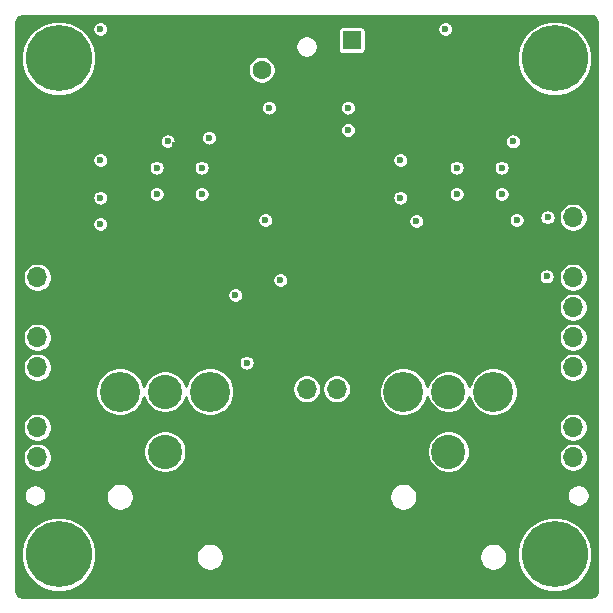
<source format=gbr>
%TF.GenerationSoftware,KiCad,Pcbnew,(5.1.9-0-10_14)*%
%TF.CreationDate,2021-03-07T16:31:49+01:00*%
%TF.ProjectId,W-Output HP,572d4f75-7470-4757-9420-48502e6b6963,1*%
%TF.SameCoordinates,Original*%
%TF.FileFunction,Copper,L2,Inr*%
%TF.FilePolarity,Positive*%
%FSLAX46Y46*%
G04 Gerber Fmt 4.6, Leading zero omitted, Abs format (unit mm)*
G04 Created by KiCad (PCBNEW (5.1.9-0-10_14)) date 2021-03-07 16:31:49*
%MOMM*%
%LPD*%
G01*
G04 APERTURE LIST*
%TA.AperFunction,ComponentPad*%
%ADD10C,2.900000*%
%TD*%
%TA.AperFunction,ComponentPad*%
%ADD11C,3.400000*%
%TD*%
%TA.AperFunction,ComponentPad*%
%ADD12O,1.700000X1.700000*%
%TD*%
%TA.AperFunction,ComponentPad*%
%ADD13R,1.700000X1.700000*%
%TD*%
%TA.AperFunction,ComponentPad*%
%ADD14C,1.600000*%
%TD*%
%TA.AperFunction,ComponentPad*%
%ADD15R,1.600000X1.600000*%
%TD*%
%TA.AperFunction,ComponentPad*%
%ADD16C,5.600000*%
%TD*%
%TA.AperFunction,ViaPad*%
%ADD17C,0.600000*%
%TD*%
%TA.AperFunction,Conductor*%
%ADD18C,0.254000*%
%TD*%
%TA.AperFunction,Conductor*%
%ADD19C,0.100000*%
%TD*%
G04 APERTURE END LIST*
D10*
%TO.N,Earth*%
%TO.C,J5*%
X162000000Y-112300000D03*
%TO.N,/R+*%
X162000000Y-107220000D03*
D11*
%TO.N,Earth*%
X158190000Y-107220000D03*
%TO.N,/R-*%
X165810000Y-107220000D03*
%TD*%
D12*
%TO.N,/R+*%
%TO.C,J3*%
X152540000Y-106985000D03*
%TO.N,/L+*%
X150000000Y-106985000D03*
D13*
%TO.N,GND*%
X147460000Y-106985000D03*
%TD*%
D14*
%TO.N,GND*%
%TO.C,C21*%
X153810000Y-79957500D03*
D15*
%TO.N,VCC*%
X153810000Y-77457500D03*
%TD*%
D14*
%TO.N,VEE*%
%TO.C,C8*%
X146190000Y-79957500D03*
D15*
%TO.N,GND*%
X146190000Y-77457500D03*
%TD*%
D12*
%TO.N,/Rp*%
%TO.C,J2*%
X127200000Y-112780000D03*
%TO.N,/Rn*%
X127200000Y-110240000D03*
%TO.N,GND*%
X127200000Y-107700000D03*
%TO.N,VEE*%
X127200000Y-105160000D03*
%TO.N,VCC*%
X127200000Y-102620000D03*
%TO.N,GND*%
X127200000Y-100080000D03*
%TO.N,Net-(J2-Pad2)*%
X127200000Y-97540000D03*
D13*
%TO.N,GND*%
X127200000Y-95000000D03*
%TD*%
D12*
%TO.N,/Lp*%
%TO.C,J1*%
X172560000Y-112780000D03*
%TO.N,/Ln*%
X172560000Y-110240000D03*
%TO.N,GND*%
X172560000Y-107700000D03*
%TO.N,Net-(J1-Pad7)*%
X172560000Y-105160000D03*
%TO.N,Net-(J1-Pad6)*%
X172560000Y-102620000D03*
%TO.N,Net-(J1-Pad5)*%
X172560000Y-100080000D03*
%TO.N,Net-(J1-Pad4)*%
X172560000Y-97540000D03*
%TO.N,GND*%
X172560000Y-95000000D03*
%TO.N,Net-(J1-Pad2)*%
X172560000Y-92460000D03*
D13*
%TO.N,GND*%
X172560000Y-89920000D03*
%TD*%
D10*
%TO.N,Earth*%
%TO.C,J4*%
X138000000Y-112300000D03*
%TO.N,/L+*%
X138000000Y-107220000D03*
D11*
%TO.N,Earth*%
X134190000Y-107220000D03*
%TO.N,/L-*%
X141810000Y-107220000D03*
%TD*%
D16*
%TO.N,Earth*%
%TO.C,H4*%
X171000000Y-121000000D03*
%TD*%
%TO.N,Earth*%
%TO.C,H3*%
X129000000Y-121000000D03*
%TD*%
%TO.N,Earth*%
%TO.C,H2*%
X171000000Y-79000000D03*
%TD*%
%TO.N,Earth*%
%TO.C,H1*%
X129000000Y-79000000D03*
%TD*%
D17*
%TO.N,VCC*%
X141110000Y-88252500D03*
X141110000Y-90475000D03*
X166510000Y-90475000D03*
X166510000Y-88252500D03*
X146507500Y-92697500D03*
X161747500Y-76505000D03*
X153492500Y-83172500D03*
X147777500Y-97777500D03*
X143967500Y-99047500D03*
X138237250Y-86022375D03*
%TO.N,GND*%
X134445000Y-86350000D03*
X129045000Y-85712500D03*
X171272500Y-85712500D03*
X159842500Y-86347500D03*
X163652500Y-86347500D03*
X136030000Y-76505000D03*
X165240000Y-76505000D03*
X145555000Y-82220000D03*
X154445000Y-82220000D03*
X150317500Y-85077500D03*
X149682500Y-92697500D03*
X134760000Y-85395000D03*
X163652500Y-85395000D03*
X150000000Y-83172500D03*
X147142500Y-104762500D03*
X155715000Y-103810000D03*
X155985000Y-101952500D03*
X157302500Y-104762500D03*
X142697500Y-104762500D03*
X163335000Y-92060000D03*
X163335000Y-93015000D03*
X159207500Y-91872002D03*
X164605000Y-105080000D03*
X155715000Y-97142500D03*
X150315000Y-103807500D03*
X135712500Y-103492500D03*
X138887500Y-86347500D03*
X131585000Y-89205000D03*
X141681500Y-89332000D03*
X127775000Y-90157500D03*
%TO.N,VEE*%
X137300000Y-88252500D03*
X137300000Y-90475000D03*
X162700000Y-90475000D03*
X162700000Y-88252500D03*
X153492500Y-85077500D03*
X132537500Y-76505000D03*
X167462500Y-86030000D03*
X144920000Y-104762500D03*
X157937500Y-90792500D03*
X132537500Y-90792500D03*
X146825000Y-83172500D03*
%TO.N,Net-(JP2-Pad1)*%
X132537500Y-93015000D03*
%TO.N,Net-(JP7-Pad1)*%
X167780000Y-92697500D03*
%TO.N,Net-(J1-Pad2)*%
X170400000Y-92460000D03*
%TO.N,Net-(J1-Pad4)*%
X170320000Y-97460000D03*
%TO.N,Net-(R15-Pad2)*%
X132537500Y-87617500D03*
%TO.N,Net-(R33-Pad2)*%
X157937500Y-87617500D03*
%TO.N,Net-(C4-Pad2)*%
X141745000Y-85712500D03*
%TO.N,Net-(C17-Pad2)*%
X159294480Y-92784480D03*
%TD*%
D18*
%TO.N,GND*%
X174114994Y-75419222D02*
X174225614Y-75452620D01*
X174327639Y-75506868D01*
X174417179Y-75579895D01*
X174490833Y-75668925D01*
X174545792Y-75770572D01*
X174579960Y-75880949D01*
X174594001Y-76014538D01*
X174594000Y-123980146D01*
X174580778Y-124114994D01*
X174547379Y-124225615D01*
X174493132Y-124327639D01*
X174420106Y-124417179D01*
X174331072Y-124490834D01*
X174229428Y-124545792D01*
X174119051Y-124579960D01*
X173985472Y-124594000D01*
X126019854Y-124594000D01*
X125885006Y-124580778D01*
X125774385Y-124547379D01*
X125672361Y-124493132D01*
X125582821Y-124420106D01*
X125509166Y-124331072D01*
X125454208Y-124229428D01*
X125420040Y-124119051D01*
X125406000Y-123985472D01*
X125406000Y-120686699D01*
X125819000Y-120686699D01*
X125819000Y-121313301D01*
X125941245Y-121927863D01*
X126181035Y-122506768D01*
X126529156Y-123027769D01*
X126972231Y-123470844D01*
X127493232Y-123818965D01*
X128072137Y-124058755D01*
X128686699Y-124181000D01*
X129313301Y-124181000D01*
X129927863Y-124058755D01*
X130506768Y-123818965D01*
X131027769Y-123470844D01*
X131470844Y-123027769D01*
X131818965Y-122506768D01*
X132058755Y-121927863D01*
X132181000Y-121313301D01*
X132181000Y-121073682D01*
X140629000Y-121073682D01*
X140629000Y-121306318D01*
X140674386Y-121534485D01*
X140763412Y-121749413D01*
X140892658Y-121942843D01*
X141057157Y-122107342D01*
X141250587Y-122236588D01*
X141465515Y-122325614D01*
X141693682Y-122371000D01*
X141926318Y-122371000D01*
X142154485Y-122325614D01*
X142369413Y-122236588D01*
X142562843Y-122107342D01*
X142727342Y-121942843D01*
X142856588Y-121749413D01*
X142945614Y-121534485D01*
X142991000Y-121306318D01*
X142991000Y-121073682D01*
X164629000Y-121073682D01*
X164629000Y-121306318D01*
X164674386Y-121534485D01*
X164763412Y-121749413D01*
X164892658Y-121942843D01*
X165057157Y-122107342D01*
X165250587Y-122236588D01*
X165465515Y-122325614D01*
X165693682Y-122371000D01*
X165926318Y-122371000D01*
X166154485Y-122325614D01*
X166369413Y-122236588D01*
X166562843Y-122107342D01*
X166727342Y-121942843D01*
X166856588Y-121749413D01*
X166945614Y-121534485D01*
X166991000Y-121306318D01*
X166991000Y-121073682D01*
X166945614Y-120845515D01*
X166879831Y-120686699D01*
X167819000Y-120686699D01*
X167819000Y-121313301D01*
X167941245Y-121927863D01*
X168181035Y-122506768D01*
X168529156Y-123027769D01*
X168972231Y-123470844D01*
X169493232Y-123818965D01*
X170072137Y-124058755D01*
X170686699Y-124181000D01*
X171313301Y-124181000D01*
X171927863Y-124058755D01*
X172506768Y-123818965D01*
X173027769Y-123470844D01*
X173470844Y-123027769D01*
X173818965Y-122506768D01*
X174058755Y-121927863D01*
X174181000Y-121313301D01*
X174181000Y-120686699D01*
X174058755Y-120072137D01*
X173818965Y-119493232D01*
X173470844Y-118972231D01*
X173027769Y-118529156D01*
X172506768Y-118181035D01*
X171927863Y-117941245D01*
X171313301Y-117819000D01*
X170686699Y-117819000D01*
X170072137Y-117941245D01*
X169493232Y-118181035D01*
X168972231Y-118529156D01*
X168529156Y-118972231D01*
X168181035Y-119493232D01*
X167941245Y-120072137D01*
X167819000Y-120686699D01*
X166879831Y-120686699D01*
X166856588Y-120630587D01*
X166727342Y-120437157D01*
X166562843Y-120272658D01*
X166369413Y-120143412D01*
X166154485Y-120054386D01*
X165926318Y-120009000D01*
X165693682Y-120009000D01*
X165465515Y-120054386D01*
X165250587Y-120143412D01*
X165057157Y-120272658D01*
X164892658Y-120437157D01*
X164763412Y-120630587D01*
X164674386Y-120845515D01*
X164629000Y-121073682D01*
X142991000Y-121073682D01*
X142945614Y-120845515D01*
X142856588Y-120630587D01*
X142727342Y-120437157D01*
X142562843Y-120272658D01*
X142369413Y-120143412D01*
X142154485Y-120054386D01*
X141926318Y-120009000D01*
X141693682Y-120009000D01*
X141465515Y-120054386D01*
X141250587Y-120143412D01*
X141057157Y-120272658D01*
X140892658Y-120437157D01*
X140763412Y-120630587D01*
X140674386Y-120845515D01*
X140629000Y-121073682D01*
X132181000Y-121073682D01*
X132181000Y-120686699D01*
X132058755Y-120072137D01*
X131818965Y-119493232D01*
X131470844Y-118972231D01*
X131027769Y-118529156D01*
X130506768Y-118181035D01*
X129927863Y-117941245D01*
X129313301Y-117819000D01*
X128686699Y-117819000D01*
X128072137Y-117941245D01*
X127493232Y-118181035D01*
X126972231Y-118529156D01*
X126529156Y-118972231D01*
X126181035Y-119493232D01*
X125941245Y-120072137D01*
X125819000Y-120686699D01*
X125406000Y-120686699D01*
X125406000Y-115905744D01*
X126043000Y-115905744D01*
X126043000Y-116094256D01*
X126079777Y-116279147D01*
X126151917Y-116453310D01*
X126256649Y-116610052D01*
X126389948Y-116743351D01*
X126546690Y-116848083D01*
X126720853Y-116920223D01*
X126905744Y-116957000D01*
X127094256Y-116957000D01*
X127279147Y-116920223D01*
X127453310Y-116848083D01*
X127610052Y-116743351D01*
X127743351Y-116610052D01*
X127848083Y-116453310D01*
X127920223Y-116279147D01*
X127957000Y-116094256D01*
X127957000Y-115993682D01*
X133009000Y-115993682D01*
X133009000Y-116226318D01*
X133054386Y-116454485D01*
X133143412Y-116669413D01*
X133272658Y-116862843D01*
X133437157Y-117027342D01*
X133630587Y-117156588D01*
X133845515Y-117245614D01*
X134073682Y-117291000D01*
X134306318Y-117291000D01*
X134534485Y-117245614D01*
X134749413Y-117156588D01*
X134942843Y-117027342D01*
X135107342Y-116862843D01*
X135236588Y-116669413D01*
X135325614Y-116454485D01*
X135371000Y-116226318D01*
X135371000Y-115993682D01*
X157009000Y-115993682D01*
X157009000Y-116226318D01*
X157054386Y-116454485D01*
X157143412Y-116669413D01*
X157272658Y-116862843D01*
X157437157Y-117027342D01*
X157630587Y-117156588D01*
X157845515Y-117245614D01*
X158073682Y-117291000D01*
X158306318Y-117291000D01*
X158534485Y-117245614D01*
X158749413Y-117156588D01*
X158942843Y-117027342D01*
X159107342Y-116862843D01*
X159236588Y-116669413D01*
X159325614Y-116454485D01*
X159371000Y-116226318D01*
X159371000Y-115993682D01*
X159353508Y-115905744D01*
X172043000Y-115905744D01*
X172043000Y-116094256D01*
X172079777Y-116279147D01*
X172151917Y-116453310D01*
X172256649Y-116610052D01*
X172389948Y-116743351D01*
X172546690Y-116848083D01*
X172720853Y-116920223D01*
X172905744Y-116957000D01*
X173094256Y-116957000D01*
X173279147Y-116920223D01*
X173453310Y-116848083D01*
X173610052Y-116743351D01*
X173743351Y-116610052D01*
X173848083Y-116453310D01*
X173920223Y-116279147D01*
X173957000Y-116094256D01*
X173957000Y-115905744D01*
X173920223Y-115720853D01*
X173848083Y-115546690D01*
X173743351Y-115389948D01*
X173610052Y-115256649D01*
X173453310Y-115151917D01*
X173279147Y-115079777D01*
X173094256Y-115043000D01*
X172905744Y-115043000D01*
X172720853Y-115079777D01*
X172546690Y-115151917D01*
X172389948Y-115256649D01*
X172256649Y-115389948D01*
X172151917Y-115546690D01*
X172079777Y-115720853D01*
X172043000Y-115905744D01*
X159353508Y-115905744D01*
X159325614Y-115765515D01*
X159236588Y-115550587D01*
X159107342Y-115357157D01*
X158942843Y-115192658D01*
X158749413Y-115063412D01*
X158534485Y-114974386D01*
X158306318Y-114929000D01*
X158073682Y-114929000D01*
X157845515Y-114974386D01*
X157630587Y-115063412D01*
X157437157Y-115192658D01*
X157272658Y-115357157D01*
X157143412Y-115550587D01*
X157054386Y-115765515D01*
X157009000Y-115993682D01*
X135371000Y-115993682D01*
X135325614Y-115765515D01*
X135236588Y-115550587D01*
X135107342Y-115357157D01*
X134942843Y-115192658D01*
X134749413Y-115063412D01*
X134534485Y-114974386D01*
X134306318Y-114929000D01*
X134073682Y-114929000D01*
X133845515Y-114974386D01*
X133630587Y-115063412D01*
X133437157Y-115192658D01*
X133272658Y-115357157D01*
X133143412Y-115550587D01*
X133054386Y-115765515D01*
X133009000Y-115993682D01*
X127957000Y-115993682D01*
X127957000Y-115905744D01*
X127920223Y-115720853D01*
X127848083Y-115546690D01*
X127743351Y-115389948D01*
X127610052Y-115256649D01*
X127453310Y-115151917D01*
X127279147Y-115079777D01*
X127094256Y-115043000D01*
X126905744Y-115043000D01*
X126720853Y-115079777D01*
X126546690Y-115151917D01*
X126389948Y-115256649D01*
X126256649Y-115389948D01*
X126151917Y-115546690D01*
X126079777Y-115720853D01*
X126043000Y-115905744D01*
X125406000Y-115905744D01*
X125406000Y-112658757D01*
X125969000Y-112658757D01*
X125969000Y-112901243D01*
X126016307Y-113139069D01*
X126109102Y-113363097D01*
X126243820Y-113564717D01*
X126415283Y-113736180D01*
X126616903Y-113870898D01*
X126840931Y-113963693D01*
X127078757Y-114011000D01*
X127321243Y-114011000D01*
X127559069Y-113963693D01*
X127783097Y-113870898D01*
X127984717Y-113736180D01*
X128156180Y-113564717D01*
X128290898Y-113363097D01*
X128383693Y-113139069D01*
X128431000Y-112901243D01*
X128431000Y-112658757D01*
X128383693Y-112420931D01*
X128290898Y-112196903D01*
X128239288Y-112119662D01*
X136169000Y-112119662D01*
X136169000Y-112480338D01*
X136239365Y-112834083D01*
X136377389Y-113167304D01*
X136577770Y-113467194D01*
X136832806Y-113722230D01*
X137132696Y-113922611D01*
X137465917Y-114060635D01*
X137819662Y-114131000D01*
X138180338Y-114131000D01*
X138534083Y-114060635D01*
X138867304Y-113922611D01*
X139167194Y-113722230D01*
X139422230Y-113467194D01*
X139622611Y-113167304D01*
X139760635Y-112834083D01*
X139831000Y-112480338D01*
X139831000Y-112119662D01*
X160169000Y-112119662D01*
X160169000Y-112480338D01*
X160239365Y-112834083D01*
X160377389Y-113167304D01*
X160577770Y-113467194D01*
X160832806Y-113722230D01*
X161132696Y-113922611D01*
X161465917Y-114060635D01*
X161819662Y-114131000D01*
X162180338Y-114131000D01*
X162534083Y-114060635D01*
X162867304Y-113922611D01*
X163167194Y-113722230D01*
X163422230Y-113467194D01*
X163622611Y-113167304D01*
X163760635Y-112834083D01*
X163795509Y-112658757D01*
X171329000Y-112658757D01*
X171329000Y-112901243D01*
X171376307Y-113139069D01*
X171469102Y-113363097D01*
X171603820Y-113564717D01*
X171775283Y-113736180D01*
X171976903Y-113870898D01*
X172200931Y-113963693D01*
X172438757Y-114011000D01*
X172681243Y-114011000D01*
X172919069Y-113963693D01*
X173143097Y-113870898D01*
X173344717Y-113736180D01*
X173516180Y-113564717D01*
X173650898Y-113363097D01*
X173743693Y-113139069D01*
X173791000Y-112901243D01*
X173791000Y-112658757D01*
X173743693Y-112420931D01*
X173650898Y-112196903D01*
X173516180Y-111995283D01*
X173344717Y-111823820D01*
X173143097Y-111689102D01*
X172919069Y-111596307D01*
X172681243Y-111549000D01*
X172438757Y-111549000D01*
X172200931Y-111596307D01*
X171976903Y-111689102D01*
X171775283Y-111823820D01*
X171603820Y-111995283D01*
X171469102Y-112196903D01*
X171376307Y-112420931D01*
X171329000Y-112658757D01*
X163795509Y-112658757D01*
X163831000Y-112480338D01*
X163831000Y-112119662D01*
X163760635Y-111765917D01*
X163622611Y-111432696D01*
X163422230Y-111132806D01*
X163167194Y-110877770D01*
X162867304Y-110677389D01*
X162534083Y-110539365D01*
X162180338Y-110469000D01*
X161819662Y-110469000D01*
X161465917Y-110539365D01*
X161132696Y-110677389D01*
X160832806Y-110877770D01*
X160577770Y-111132806D01*
X160377389Y-111432696D01*
X160239365Y-111765917D01*
X160169000Y-112119662D01*
X139831000Y-112119662D01*
X139760635Y-111765917D01*
X139622611Y-111432696D01*
X139422230Y-111132806D01*
X139167194Y-110877770D01*
X138867304Y-110677389D01*
X138534083Y-110539365D01*
X138180338Y-110469000D01*
X137819662Y-110469000D01*
X137465917Y-110539365D01*
X137132696Y-110677389D01*
X136832806Y-110877770D01*
X136577770Y-111132806D01*
X136377389Y-111432696D01*
X136239365Y-111765917D01*
X136169000Y-112119662D01*
X128239288Y-112119662D01*
X128156180Y-111995283D01*
X127984717Y-111823820D01*
X127783097Y-111689102D01*
X127559069Y-111596307D01*
X127321243Y-111549000D01*
X127078757Y-111549000D01*
X126840931Y-111596307D01*
X126616903Y-111689102D01*
X126415283Y-111823820D01*
X126243820Y-111995283D01*
X126109102Y-112196903D01*
X126016307Y-112420931D01*
X125969000Y-112658757D01*
X125406000Y-112658757D01*
X125406000Y-110118757D01*
X125969000Y-110118757D01*
X125969000Y-110361243D01*
X126016307Y-110599069D01*
X126109102Y-110823097D01*
X126243820Y-111024717D01*
X126415283Y-111196180D01*
X126616903Y-111330898D01*
X126840931Y-111423693D01*
X127078757Y-111471000D01*
X127321243Y-111471000D01*
X127559069Y-111423693D01*
X127783097Y-111330898D01*
X127984717Y-111196180D01*
X128156180Y-111024717D01*
X128290898Y-110823097D01*
X128383693Y-110599069D01*
X128431000Y-110361243D01*
X128431000Y-110118757D01*
X171329000Y-110118757D01*
X171329000Y-110361243D01*
X171376307Y-110599069D01*
X171469102Y-110823097D01*
X171603820Y-111024717D01*
X171775283Y-111196180D01*
X171976903Y-111330898D01*
X172200931Y-111423693D01*
X172438757Y-111471000D01*
X172681243Y-111471000D01*
X172919069Y-111423693D01*
X173143097Y-111330898D01*
X173344717Y-111196180D01*
X173516180Y-111024717D01*
X173650898Y-110823097D01*
X173743693Y-110599069D01*
X173791000Y-110361243D01*
X173791000Y-110118757D01*
X173743693Y-109880931D01*
X173650898Y-109656903D01*
X173516180Y-109455283D01*
X173344717Y-109283820D01*
X173143097Y-109149102D01*
X172919069Y-109056307D01*
X172681243Y-109009000D01*
X172438757Y-109009000D01*
X172200931Y-109056307D01*
X171976903Y-109149102D01*
X171775283Y-109283820D01*
X171603820Y-109455283D01*
X171469102Y-109656903D01*
X171376307Y-109880931D01*
X171329000Y-110118757D01*
X128431000Y-110118757D01*
X128383693Y-109880931D01*
X128290898Y-109656903D01*
X128156180Y-109455283D01*
X127984717Y-109283820D01*
X127783097Y-109149102D01*
X127559069Y-109056307D01*
X127321243Y-109009000D01*
X127078757Y-109009000D01*
X126840931Y-109056307D01*
X126616903Y-109149102D01*
X126415283Y-109283820D01*
X126243820Y-109455283D01*
X126109102Y-109656903D01*
X126016307Y-109880931D01*
X125969000Y-110118757D01*
X125406000Y-110118757D01*
X125406000Y-107015039D01*
X132109000Y-107015039D01*
X132109000Y-107424961D01*
X132188972Y-107827005D01*
X132345842Y-108205723D01*
X132573582Y-108546560D01*
X132863440Y-108836418D01*
X133204277Y-109064158D01*
X133582995Y-109221028D01*
X133985039Y-109301000D01*
X134394961Y-109301000D01*
X134797005Y-109221028D01*
X135175723Y-109064158D01*
X135516560Y-108836418D01*
X135806418Y-108546560D01*
X136034158Y-108205723D01*
X136191028Y-107827005D01*
X136222449Y-107669042D01*
X136239365Y-107754083D01*
X136377389Y-108087304D01*
X136577770Y-108387194D01*
X136832806Y-108642230D01*
X137132696Y-108842611D01*
X137465917Y-108980635D01*
X137819662Y-109051000D01*
X138180338Y-109051000D01*
X138534083Y-108980635D01*
X138867304Y-108842611D01*
X139167194Y-108642230D01*
X139422230Y-108387194D01*
X139622611Y-108087304D01*
X139760635Y-107754083D01*
X139777551Y-107669042D01*
X139808972Y-107827005D01*
X139965842Y-108205723D01*
X140193582Y-108546560D01*
X140483440Y-108836418D01*
X140824277Y-109064158D01*
X141202995Y-109221028D01*
X141605039Y-109301000D01*
X142014961Y-109301000D01*
X142417005Y-109221028D01*
X142795723Y-109064158D01*
X143136560Y-108836418D01*
X143426418Y-108546560D01*
X143654158Y-108205723D01*
X143811028Y-107827005D01*
X143891000Y-107424961D01*
X143891000Y-107015039D01*
X143860908Y-106863757D01*
X148769000Y-106863757D01*
X148769000Y-107106243D01*
X148816307Y-107344069D01*
X148909102Y-107568097D01*
X149043820Y-107769717D01*
X149215283Y-107941180D01*
X149416903Y-108075898D01*
X149640931Y-108168693D01*
X149878757Y-108216000D01*
X150121243Y-108216000D01*
X150359069Y-108168693D01*
X150583097Y-108075898D01*
X150784717Y-107941180D01*
X150956180Y-107769717D01*
X151090898Y-107568097D01*
X151183693Y-107344069D01*
X151231000Y-107106243D01*
X151231000Y-106863757D01*
X151309000Y-106863757D01*
X151309000Y-107106243D01*
X151356307Y-107344069D01*
X151449102Y-107568097D01*
X151583820Y-107769717D01*
X151755283Y-107941180D01*
X151956903Y-108075898D01*
X152180931Y-108168693D01*
X152418757Y-108216000D01*
X152661243Y-108216000D01*
X152899069Y-108168693D01*
X153123097Y-108075898D01*
X153324717Y-107941180D01*
X153496180Y-107769717D01*
X153630898Y-107568097D01*
X153723693Y-107344069D01*
X153771000Y-107106243D01*
X153771000Y-107015039D01*
X156109000Y-107015039D01*
X156109000Y-107424961D01*
X156188972Y-107827005D01*
X156345842Y-108205723D01*
X156573582Y-108546560D01*
X156863440Y-108836418D01*
X157204277Y-109064158D01*
X157582995Y-109221028D01*
X157985039Y-109301000D01*
X158394961Y-109301000D01*
X158797005Y-109221028D01*
X159175723Y-109064158D01*
X159516560Y-108836418D01*
X159806418Y-108546560D01*
X160034158Y-108205723D01*
X160191028Y-107827005D01*
X160222449Y-107669042D01*
X160239365Y-107754083D01*
X160377389Y-108087304D01*
X160577770Y-108387194D01*
X160832806Y-108642230D01*
X161132696Y-108842611D01*
X161465917Y-108980635D01*
X161819662Y-109051000D01*
X162180338Y-109051000D01*
X162534083Y-108980635D01*
X162867304Y-108842611D01*
X163167194Y-108642230D01*
X163422230Y-108387194D01*
X163622611Y-108087304D01*
X163760635Y-107754083D01*
X163777551Y-107669042D01*
X163808972Y-107827005D01*
X163965842Y-108205723D01*
X164193582Y-108546560D01*
X164483440Y-108836418D01*
X164824277Y-109064158D01*
X165202995Y-109221028D01*
X165605039Y-109301000D01*
X166014961Y-109301000D01*
X166417005Y-109221028D01*
X166795723Y-109064158D01*
X167136560Y-108836418D01*
X167426418Y-108546560D01*
X167654158Y-108205723D01*
X167811028Y-107827005D01*
X167891000Y-107424961D01*
X167891000Y-107015039D01*
X167811028Y-106612995D01*
X167654158Y-106234277D01*
X167426418Y-105893440D01*
X167136560Y-105603582D01*
X166795723Y-105375842D01*
X166417005Y-105218972D01*
X166014961Y-105139000D01*
X165605039Y-105139000D01*
X165202995Y-105218972D01*
X164824277Y-105375842D01*
X164483440Y-105603582D01*
X164193582Y-105893440D01*
X163965842Y-106234277D01*
X163808972Y-106612995D01*
X163777551Y-106770958D01*
X163760635Y-106685917D01*
X163622611Y-106352696D01*
X163422230Y-106052806D01*
X163167194Y-105797770D01*
X162867304Y-105597389D01*
X162534083Y-105459365D01*
X162180338Y-105389000D01*
X161819662Y-105389000D01*
X161465917Y-105459365D01*
X161132696Y-105597389D01*
X160832806Y-105797770D01*
X160577770Y-106052806D01*
X160377389Y-106352696D01*
X160239365Y-106685917D01*
X160222449Y-106770958D01*
X160191028Y-106612995D01*
X160034158Y-106234277D01*
X159806418Y-105893440D01*
X159516560Y-105603582D01*
X159175723Y-105375842D01*
X158797005Y-105218972D01*
X158394961Y-105139000D01*
X157985039Y-105139000D01*
X157582995Y-105218972D01*
X157204277Y-105375842D01*
X156863440Y-105603582D01*
X156573582Y-105893440D01*
X156345842Y-106234277D01*
X156188972Y-106612995D01*
X156109000Y-107015039D01*
X153771000Y-107015039D01*
X153771000Y-106863757D01*
X153723693Y-106625931D01*
X153630898Y-106401903D01*
X153496180Y-106200283D01*
X153324717Y-106028820D01*
X153123097Y-105894102D01*
X152899069Y-105801307D01*
X152661243Y-105754000D01*
X152418757Y-105754000D01*
X152180931Y-105801307D01*
X151956903Y-105894102D01*
X151755283Y-106028820D01*
X151583820Y-106200283D01*
X151449102Y-106401903D01*
X151356307Y-106625931D01*
X151309000Y-106863757D01*
X151231000Y-106863757D01*
X151183693Y-106625931D01*
X151090898Y-106401903D01*
X150956180Y-106200283D01*
X150784717Y-106028820D01*
X150583097Y-105894102D01*
X150359069Y-105801307D01*
X150121243Y-105754000D01*
X149878757Y-105754000D01*
X149640931Y-105801307D01*
X149416903Y-105894102D01*
X149215283Y-106028820D01*
X149043820Y-106200283D01*
X148909102Y-106401903D01*
X148816307Y-106625931D01*
X148769000Y-106863757D01*
X143860908Y-106863757D01*
X143811028Y-106612995D01*
X143654158Y-106234277D01*
X143426418Y-105893440D01*
X143136560Y-105603582D01*
X142795723Y-105375842D01*
X142417005Y-105218972D01*
X142014961Y-105139000D01*
X141605039Y-105139000D01*
X141202995Y-105218972D01*
X140824277Y-105375842D01*
X140483440Y-105603582D01*
X140193582Y-105893440D01*
X139965842Y-106234277D01*
X139808972Y-106612995D01*
X139777551Y-106770958D01*
X139760635Y-106685917D01*
X139622611Y-106352696D01*
X139422230Y-106052806D01*
X139167194Y-105797770D01*
X138867304Y-105597389D01*
X138534083Y-105459365D01*
X138180338Y-105389000D01*
X137819662Y-105389000D01*
X137465917Y-105459365D01*
X137132696Y-105597389D01*
X136832806Y-105797770D01*
X136577770Y-106052806D01*
X136377389Y-106352696D01*
X136239365Y-106685917D01*
X136222449Y-106770958D01*
X136191028Y-106612995D01*
X136034158Y-106234277D01*
X135806418Y-105893440D01*
X135516560Y-105603582D01*
X135175723Y-105375842D01*
X134797005Y-105218972D01*
X134394961Y-105139000D01*
X133985039Y-105139000D01*
X133582995Y-105218972D01*
X133204277Y-105375842D01*
X132863440Y-105603582D01*
X132573582Y-105893440D01*
X132345842Y-106234277D01*
X132188972Y-106612995D01*
X132109000Y-107015039D01*
X125406000Y-107015039D01*
X125406000Y-105038757D01*
X125969000Y-105038757D01*
X125969000Y-105281243D01*
X126016307Y-105519069D01*
X126109102Y-105743097D01*
X126243820Y-105944717D01*
X126415283Y-106116180D01*
X126616903Y-106250898D01*
X126840931Y-106343693D01*
X127078757Y-106391000D01*
X127321243Y-106391000D01*
X127559069Y-106343693D01*
X127783097Y-106250898D01*
X127984717Y-106116180D01*
X128156180Y-105944717D01*
X128290898Y-105743097D01*
X128383693Y-105519069D01*
X128431000Y-105281243D01*
X128431000Y-105038757D01*
X128383693Y-104800931D01*
X128339993Y-104695427D01*
X144239000Y-104695427D01*
X144239000Y-104829573D01*
X144265171Y-104961140D01*
X144316506Y-105085074D01*
X144391033Y-105196612D01*
X144485888Y-105291467D01*
X144597426Y-105365994D01*
X144721360Y-105417329D01*
X144852927Y-105443500D01*
X144987073Y-105443500D01*
X145118640Y-105417329D01*
X145242574Y-105365994D01*
X145354112Y-105291467D01*
X145448967Y-105196612D01*
X145523494Y-105085074D01*
X145542679Y-105038757D01*
X171329000Y-105038757D01*
X171329000Y-105281243D01*
X171376307Y-105519069D01*
X171469102Y-105743097D01*
X171603820Y-105944717D01*
X171775283Y-106116180D01*
X171976903Y-106250898D01*
X172200931Y-106343693D01*
X172438757Y-106391000D01*
X172681243Y-106391000D01*
X172919069Y-106343693D01*
X173143097Y-106250898D01*
X173344717Y-106116180D01*
X173516180Y-105944717D01*
X173650898Y-105743097D01*
X173743693Y-105519069D01*
X173791000Y-105281243D01*
X173791000Y-105038757D01*
X173743693Y-104800931D01*
X173650898Y-104576903D01*
X173516180Y-104375283D01*
X173344717Y-104203820D01*
X173143097Y-104069102D01*
X172919069Y-103976307D01*
X172681243Y-103929000D01*
X172438757Y-103929000D01*
X172200931Y-103976307D01*
X171976903Y-104069102D01*
X171775283Y-104203820D01*
X171603820Y-104375283D01*
X171469102Y-104576903D01*
X171376307Y-104800931D01*
X171329000Y-105038757D01*
X145542679Y-105038757D01*
X145574829Y-104961140D01*
X145601000Y-104829573D01*
X145601000Y-104695427D01*
X145574829Y-104563860D01*
X145523494Y-104439926D01*
X145448967Y-104328388D01*
X145354112Y-104233533D01*
X145242574Y-104159006D01*
X145118640Y-104107671D01*
X144987073Y-104081500D01*
X144852927Y-104081500D01*
X144721360Y-104107671D01*
X144597426Y-104159006D01*
X144485888Y-104233533D01*
X144391033Y-104328388D01*
X144316506Y-104439926D01*
X144265171Y-104563860D01*
X144239000Y-104695427D01*
X128339993Y-104695427D01*
X128290898Y-104576903D01*
X128156180Y-104375283D01*
X127984717Y-104203820D01*
X127783097Y-104069102D01*
X127559069Y-103976307D01*
X127321243Y-103929000D01*
X127078757Y-103929000D01*
X126840931Y-103976307D01*
X126616903Y-104069102D01*
X126415283Y-104203820D01*
X126243820Y-104375283D01*
X126109102Y-104576903D01*
X126016307Y-104800931D01*
X125969000Y-105038757D01*
X125406000Y-105038757D01*
X125406000Y-102498757D01*
X125969000Y-102498757D01*
X125969000Y-102741243D01*
X126016307Y-102979069D01*
X126109102Y-103203097D01*
X126243820Y-103404717D01*
X126415283Y-103576180D01*
X126616903Y-103710898D01*
X126840931Y-103803693D01*
X127078757Y-103851000D01*
X127321243Y-103851000D01*
X127559069Y-103803693D01*
X127783097Y-103710898D01*
X127984717Y-103576180D01*
X128156180Y-103404717D01*
X128290898Y-103203097D01*
X128383693Y-102979069D01*
X128431000Y-102741243D01*
X128431000Y-102498757D01*
X171329000Y-102498757D01*
X171329000Y-102741243D01*
X171376307Y-102979069D01*
X171469102Y-103203097D01*
X171603820Y-103404717D01*
X171775283Y-103576180D01*
X171976903Y-103710898D01*
X172200931Y-103803693D01*
X172438757Y-103851000D01*
X172681243Y-103851000D01*
X172919069Y-103803693D01*
X173143097Y-103710898D01*
X173344717Y-103576180D01*
X173516180Y-103404717D01*
X173650898Y-103203097D01*
X173743693Y-102979069D01*
X173791000Y-102741243D01*
X173791000Y-102498757D01*
X173743693Y-102260931D01*
X173650898Y-102036903D01*
X173516180Y-101835283D01*
X173344717Y-101663820D01*
X173143097Y-101529102D01*
X172919069Y-101436307D01*
X172681243Y-101389000D01*
X172438757Y-101389000D01*
X172200931Y-101436307D01*
X171976903Y-101529102D01*
X171775283Y-101663820D01*
X171603820Y-101835283D01*
X171469102Y-102036903D01*
X171376307Y-102260931D01*
X171329000Y-102498757D01*
X128431000Y-102498757D01*
X128383693Y-102260931D01*
X128290898Y-102036903D01*
X128156180Y-101835283D01*
X127984717Y-101663820D01*
X127783097Y-101529102D01*
X127559069Y-101436307D01*
X127321243Y-101389000D01*
X127078757Y-101389000D01*
X126840931Y-101436307D01*
X126616903Y-101529102D01*
X126415283Y-101663820D01*
X126243820Y-101835283D01*
X126109102Y-102036903D01*
X126016307Y-102260931D01*
X125969000Y-102498757D01*
X125406000Y-102498757D01*
X125406000Y-99958757D01*
X171329000Y-99958757D01*
X171329000Y-100201243D01*
X171376307Y-100439069D01*
X171469102Y-100663097D01*
X171603820Y-100864717D01*
X171775283Y-101036180D01*
X171976903Y-101170898D01*
X172200931Y-101263693D01*
X172438757Y-101311000D01*
X172681243Y-101311000D01*
X172919069Y-101263693D01*
X173143097Y-101170898D01*
X173344717Y-101036180D01*
X173516180Y-100864717D01*
X173650898Y-100663097D01*
X173743693Y-100439069D01*
X173791000Y-100201243D01*
X173791000Y-99958757D01*
X173743693Y-99720931D01*
X173650898Y-99496903D01*
X173516180Y-99295283D01*
X173344717Y-99123820D01*
X173143097Y-98989102D01*
X172919069Y-98896307D01*
X172681243Y-98849000D01*
X172438757Y-98849000D01*
X172200931Y-98896307D01*
X171976903Y-98989102D01*
X171775283Y-99123820D01*
X171603820Y-99295283D01*
X171469102Y-99496903D01*
X171376307Y-99720931D01*
X171329000Y-99958757D01*
X125406000Y-99958757D01*
X125406000Y-98980427D01*
X143286500Y-98980427D01*
X143286500Y-99114573D01*
X143312671Y-99246140D01*
X143364006Y-99370074D01*
X143438533Y-99481612D01*
X143533388Y-99576467D01*
X143644926Y-99650994D01*
X143768860Y-99702329D01*
X143900427Y-99728500D01*
X144034573Y-99728500D01*
X144166140Y-99702329D01*
X144290074Y-99650994D01*
X144401612Y-99576467D01*
X144496467Y-99481612D01*
X144570994Y-99370074D01*
X144622329Y-99246140D01*
X144648500Y-99114573D01*
X144648500Y-98980427D01*
X144622329Y-98848860D01*
X144570994Y-98724926D01*
X144496467Y-98613388D01*
X144401612Y-98518533D01*
X144290074Y-98444006D01*
X144166140Y-98392671D01*
X144034573Y-98366500D01*
X143900427Y-98366500D01*
X143768860Y-98392671D01*
X143644926Y-98444006D01*
X143533388Y-98518533D01*
X143438533Y-98613388D01*
X143364006Y-98724926D01*
X143312671Y-98848860D01*
X143286500Y-98980427D01*
X125406000Y-98980427D01*
X125406000Y-97418757D01*
X125969000Y-97418757D01*
X125969000Y-97661243D01*
X126016307Y-97899069D01*
X126109102Y-98123097D01*
X126243820Y-98324717D01*
X126415283Y-98496180D01*
X126616903Y-98630898D01*
X126840931Y-98723693D01*
X127078757Y-98771000D01*
X127321243Y-98771000D01*
X127559069Y-98723693D01*
X127783097Y-98630898D01*
X127984717Y-98496180D01*
X128156180Y-98324717D01*
X128290898Y-98123097D01*
X128383693Y-97899069D01*
X128421216Y-97710427D01*
X147096500Y-97710427D01*
X147096500Y-97844573D01*
X147122671Y-97976140D01*
X147174006Y-98100074D01*
X147248533Y-98211612D01*
X147343388Y-98306467D01*
X147454926Y-98380994D01*
X147578860Y-98432329D01*
X147710427Y-98458500D01*
X147844573Y-98458500D01*
X147976140Y-98432329D01*
X148100074Y-98380994D01*
X148211612Y-98306467D01*
X148306467Y-98211612D01*
X148380994Y-98100074D01*
X148432329Y-97976140D01*
X148458500Y-97844573D01*
X148458500Y-97710427D01*
X148432329Y-97578860D01*
X148380994Y-97454926D01*
X148339568Y-97392927D01*
X169639000Y-97392927D01*
X169639000Y-97527073D01*
X169665171Y-97658640D01*
X169716506Y-97782574D01*
X169791033Y-97894112D01*
X169885888Y-97988967D01*
X169997426Y-98063494D01*
X170121360Y-98114829D01*
X170252927Y-98141000D01*
X170387073Y-98141000D01*
X170518640Y-98114829D01*
X170642574Y-98063494D01*
X170754112Y-97988967D01*
X170848967Y-97894112D01*
X170923494Y-97782574D01*
X170974829Y-97658640D01*
X171001000Y-97527073D01*
X171001000Y-97418757D01*
X171329000Y-97418757D01*
X171329000Y-97661243D01*
X171376307Y-97899069D01*
X171469102Y-98123097D01*
X171603820Y-98324717D01*
X171775283Y-98496180D01*
X171976903Y-98630898D01*
X172200931Y-98723693D01*
X172438757Y-98771000D01*
X172681243Y-98771000D01*
X172919069Y-98723693D01*
X173143097Y-98630898D01*
X173344717Y-98496180D01*
X173516180Y-98324717D01*
X173650898Y-98123097D01*
X173743693Y-97899069D01*
X173791000Y-97661243D01*
X173791000Y-97418757D01*
X173743693Y-97180931D01*
X173650898Y-96956903D01*
X173516180Y-96755283D01*
X173344717Y-96583820D01*
X173143097Y-96449102D01*
X172919069Y-96356307D01*
X172681243Y-96309000D01*
X172438757Y-96309000D01*
X172200931Y-96356307D01*
X171976903Y-96449102D01*
X171775283Y-96583820D01*
X171603820Y-96755283D01*
X171469102Y-96956903D01*
X171376307Y-97180931D01*
X171329000Y-97418757D01*
X171001000Y-97418757D01*
X171001000Y-97392927D01*
X170974829Y-97261360D01*
X170923494Y-97137426D01*
X170848967Y-97025888D01*
X170754112Y-96931033D01*
X170642574Y-96856506D01*
X170518640Y-96805171D01*
X170387073Y-96779000D01*
X170252927Y-96779000D01*
X170121360Y-96805171D01*
X169997426Y-96856506D01*
X169885888Y-96931033D01*
X169791033Y-97025888D01*
X169716506Y-97137426D01*
X169665171Y-97261360D01*
X169639000Y-97392927D01*
X148339568Y-97392927D01*
X148306467Y-97343388D01*
X148211612Y-97248533D01*
X148100074Y-97174006D01*
X147976140Y-97122671D01*
X147844573Y-97096500D01*
X147710427Y-97096500D01*
X147578860Y-97122671D01*
X147454926Y-97174006D01*
X147343388Y-97248533D01*
X147248533Y-97343388D01*
X147174006Y-97454926D01*
X147122671Y-97578860D01*
X147096500Y-97710427D01*
X128421216Y-97710427D01*
X128431000Y-97661243D01*
X128431000Y-97418757D01*
X128383693Y-97180931D01*
X128290898Y-96956903D01*
X128156180Y-96755283D01*
X127984717Y-96583820D01*
X127783097Y-96449102D01*
X127559069Y-96356307D01*
X127321243Y-96309000D01*
X127078757Y-96309000D01*
X126840931Y-96356307D01*
X126616903Y-96449102D01*
X126415283Y-96583820D01*
X126243820Y-96755283D01*
X126109102Y-96956903D01*
X126016307Y-97180931D01*
X125969000Y-97418757D01*
X125406000Y-97418757D01*
X125406000Y-92947927D01*
X131856500Y-92947927D01*
X131856500Y-93082073D01*
X131882671Y-93213640D01*
X131934006Y-93337574D01*
X132008533Y-93449112D01*
X132103388Y-93543967D01*
X132214926Y-93618494D01*
X132338860Y-93669829D01*
X132470427Y-93696000D01*
X132604573Y-93696000D01*
X132736140Y-93669829D01*
X132860074Y-93618494D01*
X132971612Y-93543967D01*
X133066467Y-93449112D01*
X133140994Y-93337574D01*
X133192329Y-93213640D01*
X133218500Y-93082073D01*
X133218500Y-92947927D01*
X133192329Y-92816360D01*
X133140994Y-92692426D01*
X133099568Y-92630427D01*
X145826500Y-92630427D01*
X145826500Y-92764573D01*
X145852671Y-92896140D01*
X145904006Y-93020074D01*
X145978533Y-93131612D01*
X146073388Y-93226467D01*
X146184926Y-93300994D01*
X146308860Y-93352329D01*
X146440427Y-93378500D01*
X146574573Y-93378500D01*
X146706140Y-93352329D01*
X146830074Y-93300994D01*
X146941612Y-93226467D01*
X147036467Y-93131612D01*
X147110994Y-93020074D01*
X147162329Y-92896140D01*
X147188500Y-92764573D01*
X147188500Y-92717407D01*
X158613480Y-92717407D01*
X158613480Y-92851553D01*
X158639651Y-92983120D01*
X158690986Y-93107054D01*
X158765513Y-93218592D01*
X158860368Y-93313447D01*
X158971906Y-93387974D01*
X159095840Y-93439309D01*
X159227407Y-93465480D01*
X159361553Y-93465480D01*
X159493120Y-93439309D01*
X159617054Y-93387974D01*
X159728592Y-93313447D01*
X159823447Y-93218592D01*
X159897974Y-93107054D01*
X159949309Y-92983120D01*
X159975480Y-92851553D01*
X159975480Y-92717407D01*
X159958179Y-92630427D01*
X167099000Y-92630427D01*
X167099000Y-92764573D01*
X167125171Y-92896140D01*
X167176506Y-93020074D01*
X167251033Y-93131612D01*
X167345888Y-93226467D01*
X167457426Y-93300994D01*
X167581360Y-93352329D01*
X167712927Y-93378500D01*
X167847073Y-93378500D01*
X167978640Y-93352329D01*
X168102574Y-93300994D01*
X168214112Y-93226467D01*
X168308967Y-93131612D01*
X168383494Y-93020074D01*
X168434829Y-92896140D01*
X168461000Y-92764573D01*
X168461000Y-92630427D01*
X168434829Y-92498860D01*
X168390951Y-92392927D01*
X169719000Y-92392927D01*
X169719000Y-92527073D01*
X169745171Y-92658640D01*
X169796506Y-92782574D01*
X169871033Y-92894112D01*
X169965888Y-92988967D01*
X170077426Y-93063494D01*
X170201360Y-93114829D01*
X170332927Y-93141000D01*
X170467073Y-93141000D01*
X170598640Y-93114829D01*
X170722574Y-93063494D01*
X170834112Y-92988967D01*
X170928967Y-92894112D01*
X171003494Y-92782574D01*
X171054829Y-92658640D01*
X171081000Y-92527073D01*
X171081000Y-92392927D01*
X171070225Y-92338757D01*
X171329000Y-92338757D01*
X171329000Y-92581243D01*
X171376307Y-92819069D01*
X171469102Y-93043097D01*
X171603820Y-93244717D01*
X171775283Y-93416180D01*
X171976903Y-93550898D01*
X172200931Y-93643693D01*
X172438757Y-93691000D01*
X172681243Y-93691000D01*
X172919069Y-93643693D01*
X173143097Y-93550898D01*
X173344717Y-93416180D01*
X173516180Y-93244717D01*
X173650898Y-93043097D01*
X173743693Y-92819069D01*
X173791000Y-92581243D01*
X173791000Y-92338757D01*
X173743693Y-92100931D01*
X173650898Y-91876903D01*
X173516180Y-91675283D01*
X173344717Y-91503820D01*
X173143097Y-91369102D01*
X172919069Y-91276307D01*
X172681243Y-91229000D01*
X172438757Y-91229000D01*
X172200931Y-91276307D01*
X171976903Y-91369102D01*
X171775283Y-91503820D01*
X171603820Y-91675283D01*
X171469102Y-91876903D01*
X171376307Y-92100931D01*
X171329000Y-92338757D01*
X171070225Y-92338757D01*
X171054829Y-92261360D01*
X171003494Y-92137426D01*
X170928967Y-92025888D01*
X170834112Y-91931033D01*
X170722574Y-91856506D01*
X170598640Y-91805171D01*
X170467073Y-91779000D01*
X170332927Y-91779000D01*
X170201360Y-91805171D01*
X170077426Y-91856506D01*
X169965888Y-91931033D01*
X169871033Y-92025888D01*
X169796506Y-92137426D01*
X169745171Y-92261360D01*
X169719000Y-92392927D01*
X168390951Y-92392927D01*
X168383494Y-92374926D01*
X168308967Y-92263388D01*
X168214112Y-92168533D01*
X168102574Y-92094006D01*
X167978640Y-92042671D01*
X167847073Y-92016500D01*
X167712927Y-92016500D01*
X167581360Y-92042671D01*
X167457426Y-92094006D01*
X167345888Y-92168533D01*
X167251033Y-92263388D01*
X167176506Y-92374926D01*
X167125171Y-92498860D01*
X167099000Y-92630427D01*
X159958179Y-92630427D01*
X159949309Y-92585840D01*
X159897974Y-92461906D01*
X159823447Y-92350368D01*
X159728592Y-92255513D01*
X159617054Y-92180986D01*
X159493120Y-92129651D01*
X159361553Y-92103480D01*
X159227407Y-92103480D01*
X159095840Y-92129651D01*
X158971906Y-92180986D01*
X158860368Y-92255513D01*
X158765513Y-92350368D01*
X158690986Y-92461906D01*
X158639651Y-92585840D01*
X158613480Y-92717407D01*
X147188500Y-92717407D01*
X147188500Y-92630427D01*
X147162329Y-92498860D01*
X147110994Y-92374926D01*
X147036467Y-92263388D01*
X146941612Y-92168533D01*
X146830074Y-92094006D01*
X146706140Y-92042671D01*
X146574573Y-92016500D01*
X146440427Y-92016500D01*
X146308860Y-92042671D01*
X146184926Y-92094006D01*
X146073388Y-92168533D01*
X145978533Y-92263388D01*
X145904006Y-92374926D01*
X145852671Y-92498860D01*
X145826500Y-92630427D01*
X133099568Y-92630427D01*
X133066467Y-92580888D01*
X132971612Y-92486033D01*
X132860074Y-92411506D01*
X132736140Y-92360171D01*
X132604573Y-92334000D01*
X132470427Y-92334000D01*
X132338860Y-92360171D01*
X132214926Y-92411506D01*
X132103388Y-92486033D01*
X132008533Y-92580888D01*
X131934006Y-92692426D01*
X131882671Y-92816360D01*
X131856500Y-92947927D01*
X125406000Y-92947927D01*
X125406000Y-90725427D01*
X131856500Y-90725427D01*
X131856500Y-90859573D01*
X131882671Y-90991140D01*
X131934006Y-91115074D01*
X132008533Y-91226612D01*
X132103388Y-91321467D01*
X132214926Y-91395994D01*
X132338860Y-91447329D01*
X132470427Y-91473500D01*
X132604573Y-91473500D01*
X132736140Y-91447329D01*
X132860074Y-91395994D01*
X132971612Y-91321467D01*
X133066467Y-91226612D01*
X133140994Y-91115074D01*
X133192329Y-90991140D01*
X133218500Y-90859573D01*
X133218500Y-90725427D01*
X133192329Y-90593860D01*
X133140994Y-90469926D01*
X133099568Y-90407927D01*
X136619000Y-90407927D01*
X136619000Y-90542073D01*
X136645171Y-90673640D01*
X136696506Y-90797574D01*
X136771033Y-90909112D01*
X136865888Y-91003967D01*
X136977426Y-91078494D01*
X137101360Y-91129829D01*
X137232927Y-91156000D01*
X137367073Y-91156000D01*
X137498640Y-91129829D01*
X137622574Y-91078494D01*
X137734112Y-91003967D01*
X137828967Y-90909112D01*
X137903494Y-90797574D01*
X137954829Y-90673640D01*
X137981000Y-90542073D01*
X137981000Y-90407927D01*
X140429000Y-90407927D01*
X140429000Y-90542073D01*
X140455171Y-90673640D01*
X140506506Y-90797574D01*
X140581033Y-90909112D01*
X140675888Y-91003967D01*
X140787426Y-91078494D01*
X140911360Y-91129829D01*
X141042927Y-91156000D01*
X141177073Y-91156000D01*
X141308640Y-91129829D01*
X141432574Y-91078494D01*
X141544112Y-91003967D01*
X141638967Y-90909112D01*
X141713494Y-90797574D01*
X141743378Y-90725427D01*
X157256500Y-90725427D01*
X157256500Y-90859573D01*
X157282671Y-90991140D01*
X157334006Y-91115074D01*
X157408533Y-91226612D01*
X157503388Y-91321467D01*
X157614926Y-91395994D01*
X157738860Y-91447329D01*
X157870427Y-91473500D01*
X158004573Y-91473500D01*
X158136140Y-91447329D01*
X158260074Y-91395994D01*
X158371612Y-91321467D01*
X158466467Y-91226612D01*
X158540994Y-91115074D01*
X158592329Y-90991140D01*
X158618500Y-90859573D01*
X158618500Y-90725427D01*
X158592329Y-90593860D01*
X158540994Y-90469926D01*
X158499568Y-90407927D01*
X162019000Y-90407927D01*
X162019000Y-90542073D01*
X162045171Y-90673640D01*
X162096506Y-90797574D01*
X162171033Y-90909112D01*
X162265888Y-91003967D01*
X162377426Y-91078494D01*
X162501360Y-91129829D01*
X162632927Y-91156000D01*
X162767073Y-91156000D01*
X162898640Y-91129829D01*
X163022574Y-91078494D01*
X163134112Y-91003967D01*
X163228967Y-90909112D01*
X163303494Y-90797574D01*
X163354829Y-90673640D01*
X163381000Y-90542073D01*
X163381000Y-90407927D01*
X165829000Y-90407927D01*
X165829000Y-90542073D01*
X165855171Y-90673640D01*
X165906506Y-90797574D01*
X165981033Y-90909112D01*
X166075888Y-91003967D01*
X166187426Y-91078494D01*
X166311360Y-91129829D01*
X166442927Y-91156000D01*
X166577073Y-91156000D01*
X166708640Y-91129829D01*
X166832574Y-91078494D01*
X166944112Y-91003967D01*
X167038967Y-90909112D01*
X167113494Y-90797574D01*
X167164829Y-90673640D01*
X167191000Y-90542073D01*
X167191000Y-90407927D01*
X167164829Y-90276360D01*
X167113494Y-90152426D01*
X167038967Y-90040888D01*
X166944112Y-89946033D01*
X166832574Y-89871506D01*
X166708640Y-89820171D01*
X166577073Y-89794000D01*
X166442927Y-89794000D01*
X166311360Y-89820171D01*
X166187426Y-89871506D01*
X166075888Y-89946033D01*
X165981033Y-90040888D01*
X165906506Y-90152426D01*
X165855171Y-90276360D01*
X165829000Y-90407927D01*
X163381000Y-90407927D01*
X163354829Y-90276360D01*
X163303494Y-90152426D01*
X163228967Y-90040888D01*
X163134112Y-89946033D01*
X163022574Y-89871506D01*
X162898640Y-89820171D01*
X162767073Y-89794000D01*
X162632927Y-89794000D01*
X162501360Y-89820171D01*
X162377426Y-89871506D01*
X162265888Y-89946033D01*
X162171033Y-90040888D01*
X162096506Y-90152426D01*
X162045171Y-90276360D01*
X162019000Y-90407927D01*
X158499568Y-90407927D01*
X158466467Y-90358388D01*
X158371612Y-90263533D01*
X158260074Y-90189006D01*
X158136140Y-90137671D01*
X158004573Y-90111500D01*
X157870427Y-90111500D01*
X157738860Y-90137671D01*
X157614926Y-90189006D01*
X157503388Y-90263533D01*
X157408533Y-90358388D01*
X157334006Y-90469926D01*
X157282671Y-90593860D01*
X157256500Y-90725427D01*
X141743378Y-90725427D01*
X141764829Y-90673640D01*
X141791000Y-90542073D01*
X141791000Y-90407927D01*
X141764829Y-90276360D01*
X141713494Y-90152426D01*
X141638967Y-90040888D01*
X141544112Y-89946033D01*
X141432574Y-89871506D01*
X141308640Y-89820171D01*
X141177073Y-89794000D01*
X141042927Y-89794000D01*
X140911360Y-89820171D01*
X140787426Y-89871506D01*
X140675888Y-89946033D01*
X140581033Y-90040888D01*
X140506506Y-90152426D01*
X140455171Y-90276360D01*
X140429000Y-90407927D01*
X137981000Y-90407927D01*
X137954829Y-90276360D01*
X137903494Y-90152426D01*
X137828967Y-90040888D01*
X137734112Y-89946033D01*
X137622574Y-89871506D01*
X137498640Y-89820171D01*
X137367073Y-89794000D01*
X137232927Y-89794000D01*
X137101360Y-89820171D01*
X136977426Y-89871506D01*
X136865888Y-89946033D01*
X136771033Y-90040888D01*
X136696506Y-90152426D01*
X136645171Y-90276360D01*
X136619000Y-90407927D01*
X133099568Y-90407927D01*
X133066467Y-90358388D01*
X132971612Y-90263533D01*
X132860074Y-90189006D01*
X132736140Y-90137671D01*
X132604573Y-90111500D01*
X132470427Y-90111500D01*
X132338860Y-90137671D01*
X132214926Y-90189006D01*
X132103388Y-90263533D01*
X132008533Y-90358388D01*
X131934006Y-90469926D01*
X131882671Y-90593860D01*
X131856500Y-90725427D01*
X125406000Y-90725427D01*
X125406000Y-87550427D01*
X131856500Y-87550427D01*
X131856500Y-87684573D01*
X131882671Y-87816140D01*
X131934006Y-87940074D01*
X132008533Y-88051612D01*
X132103388Y-88146467D01*
X132214926Y-88220994D01*
X132338860Y-88272329D01*
X132470427Y-88298500D01*
X132604573Y-88298500D01*
X132736140Y-88272329D01*
X132860074Y-88220994D01*
X132913303Y-88185427D01*
X136619000Y-88185427D01*
X136619000Y-88319573D01*
X136645171Y-88451140D01*
X136696506Y-88575074D01*
X136771033Y-88686612D01*
X136865888Y-88781467D01*
X136977426Y-88855994D01*
X137101360Y-88907329D01*
X137232927Y-88933500D01*
X137367073Y-88933500D01*
X137498640Y-88907329D01*
X137622574Y-88855994D01*
X137734112Y-88781467D01*
X137828967Y-88686612D01*
X137903494Y-88575074D01*
X137954829Y-88451140D01*
X137981000Y-88319573D01*
X137981000Y-88185427D01*
X140429000Y-88185427D01*
X140429000Y-88319573D01*
X140455171Y-88451140D01*
X140506506Y-88575074D01*
X140581033Y-88686612D01*
X140675888Y-88781467D01*
X140787426Y-88855994D01*
X140911360Y-88907329D01*
X141042927Y-88933500D01*
X141177073Y-88933500D01*
X141308640Y-88907329D01*
X141432574Y-88855994D01*
X141544112Y-88781467D01*
X141638967Y-88686612D01*
X141713494Y-88575074D01*
X141764829Y-88451140D01*
X141791000Y-88319573D01*
X141791000Y-88185427D01*
X141764829Y-88053860D01*
X141713494Y-87929926D01*
X141638967Y-87818388D01*
X141544112Y-87723533D01*
X141432574Y-87649006D01*
X141308640Y-87597671D01*
X141177073Y-87571500D01*
X141042927Y-87571500D01*
X140911360Y-87597671D01*
X140787426Y-87649006D01*
X140675888Y-87723533D01*
X140581033Y-87818388D01*
X140506506Y-87929926D01*
X140455171Y-88053860D01*
X140429000Y-88185427D01*
X137981000Y-88185427D01*
X137954829Y-88053860D01*
X137903494Y-87929926D01*
X137828967Y-87818388D01*
X137734112Y-87723533D01*
X137622574Y-87649006D01*
X137498640Y-87597671D01*
X137367073Y-87571500D01*
X137232927Y-87571500D01*
X137101360Y-87597671D01*
X136977426Y-87649006D01*
X136865888Y-87723533D01*
X136771033Y-87818388D01*
X136696506Y-87929926D01*
X136645171Y-88053860D01*
X136619000Y-88185427D01*
X132913303Y-88185427D01*
X132971612Y-88146467D01*
X133066467Y-88051612D01*
X133140994Y-87940074D01*
X133192329Y-87816140D01*
X133218500Y-87684573D01*
X133218500Y-87550427D01*
X157256500Y-87550427D01*
X157256500Y-87684573D01*
X157282671Y-87816140D01*
X157334006Y-87940074D01*
X157408533Y-88051612D01*
X157503388Y-88146467D01*
X157614926Y-88220994D01*
X157738860Y-88272329D01*
X157870427Y-88298500D01*
X158004573Y-88298500D01*
X158136140Y-88272329D01*
X158260074Y-88220994D01*
X158313303Y-88185427D01*
X162019000Y-88185427D01*
X162019000Y-88319573D01*
X162045171Y-88451140D01*
X162096506Y-88575074D01*
X162171033Y-88686612D01*
X162265888Y-88781467D01*
X162377426Y-88855994D01*
X162501360Y-88907329D01*
X162632927Y-88933500D01*
X162767073Y-88933500D01*
X162898640Y-88907329D01*
X163022574Y-88855994D01*
X163134112Y-88781467D01*
X163228967Y-88686612D01*
X163303494Y-88575074D01*
X163354829Y-88451140D01*
X163381000Y-88319573D01*
X163381000Y-88185427D01*
X165829000Y-88185427D01*
X165829000Y-88319573D01*
X165855171Y-88451140D01*
X165906506Y-88575074D01*
X165981033Y-88686612D01*
X166075888Y-88781467D01*
X166187426Y-88855994D01*
X166311360Y-88907329D01*
X166442927Y-88933500D01*
X166577073Y-88933500D01*
X166708640Y-88907329D01*
X166832574Y-88855994D01*
X166944112Y-88781467D01*
X167038967Y-88686612D01*
X167113494Y-88575074D01*
X167164829Y-88451140D01*
X167191000Y-88319573D01*
X167191000Y-88185427D01*
X167164829Y-88053860D01*
X167113494Y-87929926D01*
X167038967Y-87818388D01*
X166944112Y-87723533D01*
X166832574Y-87649006D01*
X166708640Y-87597671D01*
X166577073Y-87571500D01*
X166442927Y-87571500D01*
X166311360Y-87597671D01*
X166187426Y-87649006D01*
X166075888Y-87723533D01*
X165981033Y-87818388D01*
X165906506Y-87929926D01*
X165855171Y-88053860D01*
X165829000Y-88185427D01*
X163381000Y-88185427D01*
X163354829Y-88053860D01*
X163303494Y-87929926D01*
X163228967Y-87818388D01*
X163134112Y-87723533D01*
X163022574Y-87649006D01*
X162898640Y-87597671D01*
X162767073Y-87571500D01*
X162632927Y-87571500D01*
X162501360Y-87597671D01*
X162377426Y-87649006D01*
X162265888Y-87723533D01*
X162171033Y-87818388D01*
X162096506Y-87929926D01*
X162045171Y-88053860D01*
X162019000Y-88185427D01*
X158313303Y-88185427D01*
X158371612Y-88146467D01*
X158466467Y-88051612D01*
X158540994Y-87940074D01*
X158592329Y-87816140D01*
X158618500Y-87684573D01*
X158618500Y-87550427D01*
X158592329Y-87418860D01*
X158540994Y-87294926D01*
X158466467Y-87183388D01*
X158371612Y-87088533D01*
X158260074Y-87014006D01*
X158136140Y-86962671D01*
X158004573Y-86936500D01*
X157870427Y-86936500D01*
X157738860Y-86962671D01*
X157614926Y-87014006D01*
X157503388Y-87088533D01*
X157408533Y-87183388D01*
X157334006Y-87294926D01*
X157282671Y-87418860D01*
X157256500Y-87550427D01*
X133218500Y-87550427D01*
X133192329Y-87418860D01*
X133140994Y-87294926D01*
X133066467Y-87183388D01*
X132971612Y-87088533D01*
X132860074Y-87014006D01*
X132736140Y-86962671D01*
X132604573Y-86936500D01*
X132470427Y-86936500D01*
X132338860Y-86962671D01*
X132214926Y-87014006D01*
X132103388Y-87088533D01*
X132008533Y-87183388D01*
X131934006Y-87294926D01*
X131882671Y-87418860D01*
X131856500Y-87550427D01*
X125406000Y-87550427D01*
X125406000Y-85955302D01*
X137556250Y-85955302D01*
X137556250Y-86089448D01*
X137582421Y-86221015D01*
X137633756Y-86344949D01*
X137708283Y-86456487D01*
X137803138Y-86551342D01*
X137914676Y-86625869D01*
X138038610Y-86677204D01*
X138170177Y-86703375D01*
X138304323Y-86703375D01*
X138435890Y-86677204D01*
X138559824Y-86625869D01*
X138671362Y-86551342D01*
X138766217Y-86456487D01*
X138840744Y-86344949D01*
X138892079Y-86221015D01*
X138918250Y-86089448D01*
X138918250Y-85955302D01*
X138892079Y-85823735D01*
X138840744Y-85699801D01*
X138804413Y-85645427D01*
X141064000Y-85645427D01*
X141064000Y-85779573D01*
X141090171Y-85911140D01*
X141141506Y-86035074D01*
X141216033Y-86146612D01*
X141310888Y-86241467D01*
X141422426Y-86315994D01*
X141546360Y-86367329D01*
X141677927Y-86393500D01*
X141812073Y-86393500D01*
X141943640Y-86367329D01*
X142067574Y-86315994D01*
X142179112Y-86241467D01*
X142273967Y-86146612D01*
X142348494Y-86035074D01*
X142378378Y-85962927D01*
X166781500Y-85962927D01*
X166781500Y-86097073D01*
X166807671Y-86228640D01*
X166859006Y-86352574D01*
X166933533Y-86464112D01*
X167028388Y-86558967D01*
X167139926Y-86633494D01*
X167263860Y-86684829D01*
X167395427Y-86711000D01*
X167529573Y-86711000D01*
X167661140Y-86684829D01*
X167785074Y-86633494D01*
X167896612Y-86558967D01*
X167991467Y-86464112D01*
X168065994Y-86352574D01*
X168117329Y-86228640D01*
X168143500Y-86097073D01*
X168143500Y-85962927D01*
X168117329Y-85831360D01*
X168065994Y-85707426D01*
X167991467Y-85595888D01*
X167896612Y-85501033D01*
X167785074Y-85426506D01*
X167661140Y-85375171D01*
X167529573Y-85349000D01*
X167395427Y-85349000D01*
X167263860Y-85375171D01*
X167139926Y-85426506D01*
X167028388Y-85501033D01*
X166933533Y-85595888D01*
X166859006Y-85707426D01*
X166807671Y-85831360D01*
X166781500Y-85962927D01*
X142378378Y-85962927D01*
X142399829Y-85911140D01*
X142426000Y-85779573D01*
X142426000Y-85645427D01*
X142399829Y-85513860D01*
X142348494Y-85389926D01*
X142273967Y-85278388D01*
X142179112Y-85183533D01*
X142067574Y-85109006D01*
X141943640Y-85057671D01*
X141812073Y-85031500D01*
X141677927Y-85031500D01*
X141546360Y-85057671D01*
X141422426Y-85109006D01*
X141310888Y-85183533D01*
X141216033Y-85278388D01*
X141141506Y-85389926D01*
X141090171Y-85513860D01*
X141064000Y-85645427D01*
X138804413Y-85645427D01*
X138766217Y-85588263D01*
X138671362Y-85493408D01*
X138559824Y-85418881D01*
X138435890Y-85367546D01*
X138304323Y-85341375D01*
X138170177Y-85341375D01*
X138038610Y-85367546D01*
X137914676Y-85418881D01*
X137803138Y-85493408D01*
X137708283Y-85588263D01*
X137633756Y-85699801D01*
X137582421Y-85823735D01*
X137556250Y-85955302D01*
X125406000Y-85955302D01*
X125406000Y-85010427D01*
X152811500Y-85010427D01*
X152811500Y-85144573D01*
X152837671Y-85276140D01*
X152889006Y-85400074D01*
X152963533Y-85511612D01*
X153058388Y-85606467D01*
X153169926Y-85680994D01*
X153293860Y-85732329D01*
X153425427Y-85758500D01*
X153559573Y-85758500D01*
X153691140Y-85732329D01*
X153815074Y-85680994D01*
X153926612Y-85606467D01*
X154021467Y-85511612D01*
X154095994Y-85400074D01*
X154147329Y-85276140D01*
X154173500Y-85144573D01*
X154173500Y-85010427D01*
X154147329Y-84878860D01*
X154095994Y-84754926D01*
X154021467Y-84643388D01*
X153926612Y-84548533D01*
X153815074Y-84474006D01*
X153691140Y-84422671D01*
X153559573Y-84396500D01*
X153425427Y-84396500D01*
X153293860Y-84422671D01*
X153169926Y-84474006D01*
X153058388Y-84548533D01*
X152963533Y-84643388D01*
X152889006Y-84754926D01*
X152837671Y-84878860D01*
X152811500Y-85010427D01*
X125406000Y-85010427D01*
X125406000Y-83105427D01*
X146144000Y-83105427D01*
X146144000Y-83239573D01*
X146170171Y-83371140D01*
X146221506Y-83495074D01*
X146296033Y-83606612D01*
X146390888Y-83701467D01*
X146502426Y-83775994D01*
X146626360Y-83827329D01*
X146757927Y-83853500D01*
X146892073Y-83853500D01*
X147023640Y-83827329D01*
X147147574Y-83775994D01*
X147259112Y-83701467D01*
X147353967Y-83606612D01*
X147428494Y-83495074D01*
X147479829Y-83371140D01*
X147506000Y-83239573D01*
X147506000Y-83105427D01*
X152811500Y-83105427D01*
X152811500Y-83239573D01*
X152837671Y-83371140D01*
X152889006Y-83495074D01*
X152963533Y-83606612D01*
X153058388Y-83701467D01*
X153169926Y-83775994D01*
X153293860Y-83827329D01*
X153425427Y-83853500D01*
X153559573Y-83853500D01*
X153691140Y-83827329D01*
X153815074Y-83775994D01*
X153926612Y-83701467D01*
X154021467Y-83606612D01*
X154095994Y-83495074D01*
X154147329Y-83371140D01*
X154173500Y-83239573D01*
X154173500Y-83105427D01*
X154147329Y-82973860D01*
X154095994Y-82849926D01*
X154021467Y-82738388D01*
X153926612Y-82643533D01*
X153815074Y-82569006D01*
X153691140Y-82517671D01*
X153559573Y-82491500D01*
X153425427Y-82491500D01*
X153293860Y-82517671D01*
X153169926Y-82569006D01*
X153058388Y-82643533D01*
X152963533Y-82738388D01*
X152889006Y-82849926D01*
X152837671Y-82973860D01*
X152811500Y-83105427D01*
X147506000Y-83105427D01*
X147479829Y-82973860D01*
X147428494Y-82849926D01*
X147353967Y-82738388D01*
X147259112Y-82643533D01*
X147147574Y-82569006D01*
X147023640Y-82517671D01*
X146892073Y-82491500D01*
X146757927Y-82491500D01*
X146626360Y-82517671D01*
X146502426Y-82569006D01*
X146390888Y-82643533D01*
X146296033Y-82738388D01*
X146221506Y-82849926D01*
X146170171Y-82973860D01*
X146144000Y-83105427D01*
X125406000Y-83105427D01*
X125406000Y-78686699D01*
X125819000Y-78686699D01*
X125819000Y-79313301D01*
X125941245Y-79927863D01*
X126181035Y-80506768D01*
X126529156Y-81027769D01*
X126972231Y-81470844D01*
X127493232Y-81818965D01*
X128072137Y-82058755D01*
X128686699Y-82181000D01*
X129313301Y-82181000D01*
X129927863Y-82058755D01*
X130506768Y-81818965D01*
X131027769Y-81470844D01*
X131470844Y-81027769D01*
X131818965Y-80506768D01*
X132058755Y-79927863D01*
X132075997Y-79841182D01*
X145009000Y-79841182D01*
X145009000Y-80073818D01*
X145054386Y-80301985D01*
X145143412Y-80516913D01*
X145272658Y-80710343D01*
X145437157Y-80874842D01*
X145630587Y-81004088D01*
X145845515Y-81093114D01*
X146073682Y-81138500D01*
X146306318Y-81138500D01*
X146534485Y-81093114D01*
X146749413Y-81004088D01*
X146942843Y-80874842D01*
X147107342Y-80710343D01*
X147236588Y-80516913D01*
X147325614Y-80301985D01*
X147371000Y-80073818D01*
X147371000Y-79841182D01*
X147325614Y-79613015D01*
X147236588Y-79398087D01*
X147107342Y-79204657D01*
X146942843Y-79040158D01*
X146749413Y-78910912D01*
X146534485Y-78821886D01*
X146306318Y-78776500D01*
X146073682Y-78776500D01*
X145845515Y-78821886D01*
X145630587Y-78910912D01*
X145437157Y-79040158D01*
X145272658Y-79204657D01*
X145143412Y-79398087D01*
X145054386Y-79613015D01*
X145009000Y-79841182D01*
X132075997Y-79841182D01*
X132181000Y-79313301D01*
X132181000Y-78686699D01*
X132058755Y-78072137D01*
X131989833Y-77905744D01*
X149043000Y-77905744D01*
X149043000Y-78094256D01*
X149079777Y-78279147D01*
X149151917Y-78453310D01*
X149256649Y-78610052D01*
X149389948Y-78743351D01*
X149546690Y-78848083D01*
X149720853Y-78920223D01*
X149905744Y-78957000D01*
X150094256Y-78957000D01*
X150279147Y-78920223D01*
X150453310Y-78848083D01*
X150610052Y-78743351D01*
X150666704Y-78686699D01*
X167819000Y-78686699D01*
X167819000Y-79313301D01*
X167941245Y-79927863D01*
X168181035Y-80506768D01*
X168529156Y-81027769D01*
X168972231Y-81470844D01*
X169493232Y-81818965D01*
X170072137Y-82058755D01*
X170686699Y-82181000D01*
X171313301Y-82181000D01*
X171927863Y-82058755D01*
X172506768Y-81818965D01*
X173027769Y-81470844D01*
X173470844Y-81027769D01*
X173818965Y-80506768D01*
X174058755Y-79927863D01*
X174181000Y-79313301D01*
X174181000Y-78686699D01*
X174058755Y-78072137D01*
X173818965Y-77493232D01*
X173470844Y-76972231D01*
X173027769Y-76529156D01*
X172506768Y-76181035D01*
X171927863Y-75941245D01*
X171313301Y-75819000D01*
X170686699Y-75819000D01*
X170072137Y-75941245D01*
X169493232Y-76181035D01*
X168972231Y-76529156D01*
X168529156Y-76972231D01*
X168181035Y-77493232D01*
X167941245Y-78072137D01*
X167819000Y-78686699D01*
X150666704Y-78686699D01*
X150743351Y-78610052D01*
X150848083Y-78453310D01*
X150920223Y-78279147D01*
X150957000Y-78094256D01*
X150957000Y-77905744D01*
X150920223Y-77720853D01*
X150848083Y-77546690D01*
X150743351Y-77389948D01*
X150610052Y-77256649D01*
X150453310Y-77151917D01*
X150279147Y-77079777D01*
X150094256Y-77043000D01*
X149905744Y-77043000D01*
X149720853Y-77079777D01*
X149546690Y-77151917D01*
X149389948Y-77256649D01*
X149256649Y-77389948D01*
X149151917Y-77546690D01*
X149079777Y-77720853D01*
X149043000Y-77905744D01*
X131989833Y-77905744D01*
X131818965Y-77493232D01*
X131470844Y-76972231D01*
X131027769Y-76529156D01*
X130891235Y-76437927D01*
X131856500Y-76437927D01*
X131856500Y-76572073D01*
X131882671Y-76703640D01*
X131934006Y-76827574D01*
X132008533Y-76939112D01*
X132103388Y-77033967D01*
X132214926Y-77108494D01*
X132338860Y-77159829D01*
X132470427Y-77186000D01*
X132604573Y-77186000D01*
X132736140Y-77159829D01*
X132860074Y-77108494D01*
X132971612Y-77033967D01*
X133066467Y-76939112D01*
X133140994Y-76827574D01*
X133192329Y-76703640D01*
X133201507Y-76657500D01*
X152627157Y-76657500D01*
X152627157Y-78257500D01*
X152634513Y-78332189D01*
X152656299Y-78404008D01*
X152691678Y-78470196D01*
X152739289Y-78528211D01*
X152797304Y-78575822D01*
X152863492Y-78611201D01*
X152935311Y-78632987D01*
X153010000Y-78640343D01*
X154610000Y-78640343D01*
X154684689Y-78632987D01*
X154756508Y-78611201D01*
X154822696Y-78575822D01*
X154880711Y-78528211D01*
X154928322Y-78470196D01*
X154963701Y-78404008D01*
X154985487Y-78332189D01*
X154992843Y-78257500D01*
X154992843Y-76657500D01*
X154985487Y-76582811D01*
X154963701Y-76510992D01*
X154928322Y-76444804D01*
X154922679Y-76437927D01*
X161066500Y-76437927D01*
X161066500Y-76572073D01*
X161092671Y-76703640D01*
X161144006Y-76827574D01*
X161218533Y-76939112D01*
X161313388Y-77033967D01*
X161424926Y-77108494D01*
X161548860Y-77159829D01*
X161680427Y-77186000D01*
X161814573Y-77186000D01*
X161946140Y-77159829D01*
X162070074Y-77108494D01*
X162181612Y-77033967D01*
X162276467Y-76939112D01*
X162350994Y-76827574D01*
X162402329Y-76703640D01*
X162428500Y-76572073D01*
X162428500Y-76437927D01*
X162402329Y-76306360D01*
X162350994Y-76182426D01*
X162276467Y-76070888D01*
X162181612Y-75976033D01*
X162070074Y-75901506D01*
X161946140Y-75850171D01*
X161814573Y-75824000D01*
X161680427Y-75824000D01*
X161548860Y-75850171D01*
X161424926Y-75901506D01*
X161313388Y-75976033D01*
X161218533Y-76070888D01*
X161144006Y-76182426D01*
X161092671Y-76306360D01*
X161066500Y-76437927D01*
X154922679Y-76437927D01*
X154880711Y-76386789D01*
X154822696Y-76339178D01*
X154756508Y-76303799D01*
X154684689Y-76282013D01*
X154610000Y-76274657D01*
X153010000Y-76274657D01*
X152935311Y-76282013D01*
X152863492Y-76303799D01*
X152797304Y-76339178D01*
X152739289Y-76386789D01*
X152691678Y-76444804D01*
X152656299Y-76510992D01*
X152634513Y-76582811D01*
X152627157Y-76657500D01*
X133201507Y-76657500D01*
X133218500Y-76572073D01*
X133218500Y-76437927D01*
X133192329Y-76306360D01*
X133140994Y-76182426D01*
X133066467Y-76070888D01*
X132971612Y-75976033D01*
X132860074Y-75901506D01*
X132736140Y-75850171D01*
X132604573Y-75824000D01*
X132470427Y-75824000D01*
X132338860Y-75850171D01*
X132214926Y-75901506D01*
X132103388Y-75976033D01*
X132008533Y-76070888D01*
X131934006Y-76182426D01*
X131882671Y-76306360D01*
X131856500Y-76437927D01*
X130891235Y-76437927D01*
X130506768Y-76181035D01*
X129927863Y-75941245D01*
X129313301Y-75819000D01*
X128686699Y-75819000D01*
X128072137Y-75941245D01*
X127493232Y-76181035D01*
X126972231Y-76529156D01*
X126529156Y-76972231D01*
X126181035Y-77493232D01*
X125941245Y-78072137D01*
X125819000Y-78686699D01*
X125406000Y-78686699D01*
X125406000Y-76019854D01*
X125419222Y-75885006D01*
X125452620Y-75774386D01*
X125506868Y-75672361D01*
X125579895Y-75582821D01*
X125668925Y-75509167D01*
X125770572Y-75454208D01*
X125880949Y-75420040D01*
X126014528Y-75406000D01*
X173980146Y-75406000D01*
X174114994Y-75419222D01*
%TA.AperFunction,Conductor*%
D19*
G36*
X174114994Y-75419222D02*
G01*
X174225614Y-75452620D01*
X174327639Y-75506868D01*
X174417179Y-75579895D01*
X174490833Y-75668925D01*
X174545792Y-75770572D01*
X174579960Y-75880949D01*
X174594001Y-76014538D01*
X174594000Y-123980146D01*
X174580778Y-124114994D01*
X174547379Y-124225615D01*
X174493132Y-124327639D01*
X174420106Y-124417179D01*
X174331072Y-124490834D01*
X174229428Y-124545792D01*
X174119051Y-124579960D01*
X173985472Y-124594000D01*
X126019854Y-124594000D01*
X125885006Y-124580778D01*
X125774385Y-124547379D01*
X125672361Y-124493132D01*
X125582821Y-124420106D01*
X125509166Y-124331072D01*
X125454208Y-124229428D01*
X125420040Y-124119051D01*
X125406000Y-123985472D01*
X125406000Y-120686699D01*
X125819000Y-120686699D01*
X125819000Y-121313301D01*
X125941245Y-121927863D01*
X126181035Y-122506768D01*
X126529156Y-123027769D01*
X126972231Y-123470844D01*
X127493232Y-123818965D01*
X128072137Y-124058755D01*
X128686699Y-124181000D01*
X129313301Y-124181000D01*
X129927863Y-124058755D01*
X130506768Y-123818965D01*
X131027769Y-123470844D01*
X131470844Y-123027769D01*
X131818965Y-122506768D01*
X132058755Y-121927863D01*
X132181000Y-121313301D01*
X132181000Y-121073682D01*
X140629000Y-121073682D01*
X140629000Y-121306318D01*
X140674386Y-121534485D01*
X140763412Y-121749413D01*
X140892658Y-121942843D01*
X141057157Y-122107342D01*
X141250587Y-122236588D01*
X141465515Y-122325614D01*
X141693682Y-122371000D01*
X141926318Y-122371000D01*
X142154485Y-122325614D01*
X142369413Y-122236588D01*
X142562843Y-122107342D01*
X142727342Y-121942843D01*
X142856588Y-121749413D01*
X142945614Y-121534485D01*
X142991000Y-121306318D01*
X142991000Y-121073682D01*
X164629000Y-121073682D01*
X164629000Y-121306318D01*
X164674386Y-121534485D01*
X164763412Y-121749413D01*
X164892658Y-121942843D01*
X165057157Y-122107342D01*
X165250587Y-122236588D01*
X165465515Y-122325614D01*
X165693682Y-122371000D01*
X165926318Y-122371000D01*
X166154485Y-122325614D01*
X166369413Y-122236588D01*
X166562843Y-122107342D01*
X166727342Y-121942843D01*
X166856588Y-121749413D01*
X166945614Y-121534485D01*
X166991000Y-121306318D01*
X166991000Y-121073682D01*
X166945614Y-120845515D01*
X166879831Y-120686699D01*
X167819000Y-120686699D01*
X167819000Y-121313301D01*
X167941245Y-121927863D01*
X168181035Y-122506768D01*
X168529156Y-123027769D01*
X168972231Y-123470844D01*
X169493232Y-123818965D01*
X170072137Y-124058755D01*
X170686699Y-124181000D01*
X171313301Y-124181000D01*
X171927863Y-124058755D01*
X172506768Y-123818965D01*
X173027769Y-123470844D01*
X173470844Y-123027769D01*
X173818965Y-122506768D01*
X174058755Y-121927863D01*
X174181000Y-121313301D01*
X174181000Y-120686699D01*
X174058755Y-120072137D01*
X173818965Y-119493232D01*
X173470844Y-118972231D01*
X173027769Y-118529156D01*
X172506768Y-118181035D01*
X171927863Y-117941245D01*
X171313301Y-117819000D01*
X170686699Y-117819000D01*
X170072137Y-117941245D01*
X169493232Y-118181035D01*
X168972231Y-118529156D01*
X168529156Y-118972231D01*
X168181035Y-119493232D01*
X167941245Y-120072137D01*
X167819000Y-120686699D01*
X166879831Y-120686699D01*
X166856588Y-120630587D01*
X166727342Y-120437157D01*
X166562843Y-120272658D01*
X166369413Y-120143412D01*
X166154485Y-120054386D01*
X165926318Y-120009000D01*
X165693682Y-120009000D01*
X165465515Y-120054386D01*
X165250587Y-120143412D01*
X165057157Y-120272658D01*
X164892658Y-120437157D01*
X164763412Y-120630587D01*
X164674386Y-120845515D01*
X164629000Y-121073682D01*
X142991000Y-121073682D01*
X142945614Y-120845515D01*
X142856588Y-120630587D01*
X142727342Y-120437157D01*
X142562843Y-120272658D01*
X142369413Y-120143412D01*
X142154485Y-120054386D01*
X141926318Y-120009000D01*
X141693682Y-120009000D01*
X141465515Y-120054386D01*
X141250587Y-120143412D01*
X141057157Y-120272658D01*
X140892658Y-120437157D01*
X140763412Y-120630587D01*
X140674386Y-120845515D01*
X140629000Y-121073682D01*
X132181000Y-121073682D01*
X132181000Y-120686699D01*
X132058755Y-120072137D01*
X131818965Y-119493232D01*
X131470844Y-118972231D01*
X131027769Y-118529156D01*
X130506768Y-118181035D01*
X129927863Y-117941245D01*
X129313301Y-117819000D01*
X128686699Y-117819000D01*
X128072137Y-117941245D01*
X127493232Y-118181035D01*
X126972231Y-118529156D01*
X126529156Y-118972231D01*
X126181035Y-119493232D01*
X125941245Y-120072137D01*
X125819000Y-120686699D01*
X125406000Y-120686699D01*
X125406000Y-115905744D01*
X126043000Y-115905744D01*
X126043000Y-116094256D01*
X126079777Y-116279147D01*
X126151917Y-116453310D01*
X126256649Y-116610052D01*
X126389948Y-116743351D01*
X126546690Y-116848083D01*
X126720853Y-116920223D01*
X126905744Y-116957000D01*
X127094256Y-116957000D01*
X127279147Y-116920223D01*
X127453310Y-116848083D01*
X127610052Y-116743351D01*
X127743351Y-116610052D01*
X127848083Y-116453310D01*
X127920223Y-116279147D01*
X127957000Y-116094256D01*
X127957000Y-115993682D01*
X133009000Y-115993682D01*
X133009000Y-116226318D01*
X133054386Y-116454485D01*
X133143412Y-116669413D01*
X133272658Y-116862843D01*
X133437157Y-117027342D01*
X133630587Y-117156588D01*
X133845515Y-117245614D01*
X134073682Y-117291000D01*
X134306318Y-117291000D01*
X134534485Y-117245614D01*
X134749413Y-117156588D01*
X134942843Y-117027342D01*
X135107342Y-116862843D01*
X135236588Y-116669413D01*
X135325614Y-116454485D01*
X135371000Y-116226318D01*
X135371000Y-115993682D01*
X157009000Y-115993682D01*
X157009000Y-116226318D01*
X157054386Y-116454485D01*
X157143412Y-116669413D01*
X157272658Y-116862843D01*
X157437157Y-117027342D01*
X157630587Y-117156588D01*
X157845515Y-117245614D01*
X158073682Y-117291000D01*
X158306318Y-117291000D01*
X158534485Y-117245614D01*
X158749413Y-117156588D01*
X158942843Y-117027342D01*
X159107342Y-116862843D01*
X159236588Y-116669413D01*
X159325614Y-116454485D01*
X159371000Y-116226318D01*
X159371000Y-115993682D01*
X159353508Y-115905744D01*
X172043000Y-115905744D01*
X172043000Y-116094256D01*
X172079777Y-116279147D01*
X172151917Y-116453310D01*
X172256649Y-116610052D01*
X172389948Y-116743351D01*
X172546690Y-116848083D01*
X172720853Y-116920223D01*
X172905744Y-116957000D01*
X173094256Y-116957000D01*
X173279147Y-116920223D01*
X173453310Y-116848083D01*
X173610052Y-116743351D01*
X173743351Y-116610052D01*
X173848083Y-116453310D01*
X173920223Y-116279147D01*
X173957000Y-116094256D01*
X173957000Y-115905744D01*
X173920223Y-115720853D01*
X173848083Y-115546690D01*
X173743351Y-115389948D01*
X173610052Y-115256649D01*
X173453310Y-115151917D01*
X173279147Y-115079777D01*
X173094256Y-115043000D01*
X172905744Y-115043000D01*
X172720853Y-115079777D01*
X172546690Y-115151917D01*
X172389948Y-115256649D01*
X172256649Y-115389948D01*
X172151917Y-115546690D01*
X172079777Y-115720853D01*
X172043000Y-115905744D01*
X159353508Y-115905744D01*
X159325614Y-115765515D01*
X159236588Y-115550587D01*
X159107342Y-115357157D01*
X158942843Y-115192658D01*
X158749413Y-115063412D01*
X158534485Y-114974386D01*
X158306318Y-114929000D01*
X158073682Y-114929000D01*
X157845515Y-114974386D01*
X157630587Y-115063412D01*
X157437157Y-115192658D01*
X157272658Y-115357157D01*
X157143412Y-115550587D01*
X157054386Y-115765515D01*
X157009000Y-115993682D01*
X135371000Y-115993682D01*
X135325614Y-115765515D01*
X135236588Y-115550587D01*
X135107342Y-115357157D01*
X134942843Y-115192658D01*
X134749413Y-115063412D01*
X134534485Y-114974386D01*
X134306318Y-114929000D01*
X134073682Y-114929000D01*
X133845515Y-114974386D01*
X133630587Y-115063412D01*
X133437157Y-115192658D01*
X133272658Y-115357157D01*
X133143412Y-115550587D01*
X133054386Y-115765515D01*
X133009000Y-115993682D01*
X127957000Y-115993682D01*
X127957000Y-115905744D01*
X127920223Y-115720853D01*
X127848083Y-115546690D01*
X127743351Y-115389948D01*
X127610052Y-115256649D01*
X127453310Y-115151917D01*
X127279147Y-115079777D01*
X127094256Y-115043000D01*
X126905744Y-115043000D01*
X126720853Y-115079777D01*
X126546690Y-115151917D01*
X126389948Y-115256649D01*
X126256649Y-115389948D01*
X126151917Y-115546690D01*
X126079777Y-115720853D01*
X126043000Y-115905744D01*
X125406000Y-115905744D01*
X125406000Y-112658757D01*
X125969000Y-112658757D01*
X125969000Y-112901243D01*
X126016307Y-113139069D01*
X126109102Y-113363097D01*
X126243820Y-113564717D01*
X126415283Y-113736180D01*
X126616903Y-113870898D01*
X126840931Y-113963693D01*
X127078757Y-114011000D01*
X127321243Y-114011000D01*
X127559069Y-113963693D01*
X127783097Y-113870898D01*
X127984717Y-113736180D01*
X128156180Y-113564717D01*
X128290898Y-113363097D01*
X128383693Y-113139069D01*
X128431000Y-112901243D01*
X128431000Y-112658757D01*
X128383693Y-112420931D01*
X128290898Y-112196903D01*
X128239288Y-112119662D01*
X136169000Y-112119662D01*
X136169000Y-112480338D01*
X136239365Y-112834083D01*
X136377389Y-113167304D01*
X136577770Y-113467194D01*
X136832806Y-113722230D01*
X137132696Y-113922611D01*
X137465917Y-114060635D01*
X137819662Y-114131000D01*
X138180338Y-114131000D01*
X138534083Y-114060635D01*
X138867304Y-113922611D01*
X139167194Y-113722230D01*
X139422230Y-113467194D01*
X139622611Y-113167304D01*
X139760635Y-112834083D01*
X139831000Y-112480338D01*
X139831000Y-112119662D01*
X160169000Y-112119662D01*
X160169000Y-112480338D01*
X160239365Y-112834083D01*
X160377389Y-113167304D01*
X160577770Y-113467194D01*
X160832806Y-113722230D01*
X161132696Y-113922611D01*
X161465917Y-114060635D01*
X161819662Y-114131000D01*
X162180338Y-114131000D01*
X162534083Y-114060635D01*
X162867304Y-113922611D01*
X163167194Y-113722230D01*
X163422230Y-113467194D01*
X163622611Y-113167304D01*
X163760635Y-112834083D01*
X163795509Y-112658757D01*
X171329000Y-112658757D01*
X171329000Y-112901243D01*
X171376307Y-113139069D01*
X171469102Y-113363097D01*
X171603820Y-113564717D01*
X171775283Y-113736180D01*
X171976903Y-113870898D01*
X172200931Y-113963693D01*
X172438757Y-114011000D01*
X172681243Y-114011000D01*
X172919069Y-113963693D01*
X173143097Y-113870898D01*
X173344717Y-113736180D01*
X173516180Y-113564717D01*
X173650898Y-113363097D01*
X173743693Y-113139069D01*
X173791000Y-112901243D01*
X173791000Y-112658757D01*
X173743693Y-112420931D01*
X173650898Y-112196903D01*
X173516180Y-111995283D01*
X173344717Y-111823820D01*
X173143097Y-111689102D01*
X172919069Y-111596307D01*
X172681243Y-111549000D01*
X172438757Y-111549000D01*
X172200931Y-111596307D01*
X171976903Y-111689102D01*
X171775283Y-111823820D01*
X171603820Y-111995283D01*
X171469102Y-112196903D01*
X171376307Y-112420931D01*
X171329000Y-112658757D01*
X163795509Y-112658757D01*
X163831000Y-112480338D01*
X163831000Y-112119662D01*
X163760635Y-111765917D01*
X163622611Y-111432696D01*
X163422230Y-111132806D01*
X163167194Y-110877770D01*
X162867304Y-110677389D01*
X162534083Y-110539365D01*
X162180338Y-110469000D01*
X161819662Y-110469000D01*
X161465917Y-110539365D01*
X161132696Y-110677389D01*
X160832806Y-110877770D01*
X160577770Y-111132806D01*
X160377389Y-111432696D01*
X160239365Y-111765917D01*
X160169000Y-112119662D01*
X139831000Y-112119662D01*
X139760635Y-111765917D01*
X139622611Y-111432696D01*
X139422230Y-111132806D01*
X139167194Y-110877770D01*
X138867304Y-110677389D01*
X138534083Y-110539365D01*
X138180338Y-110469000D01*
X137819662Y-110469000D01*
X137465917Y-110539365D01*
X137132696Y-110677389D01*
X136832806Y-110877770D01*
X136577770Y-111132806D01*
X136377389Y-111432696D01*
X136239365Y-111765917D01*
X136169000Y-112119662D01*
X128239288Y-112119662D01*
X128156180Y-111995283D01*
X127984717Y-111823820D01*
X127783097Y-111689102D01*
X127559069Y-111596307D01*
X127321243Y-111549000D01*
X127078757Y-111549000D01*
X126840931Y-111596307D01*
X126616903Y-111689102D01*
X126415283Y-111823820D01*
X126243820Y-111995283D01*
X126109102Y-112196903D01*
X126016307Y-112420931D01*
X125969000Y-112658757D01*
X125406000Y-112658757D01*
X125406000Y-110118757D01*
X125969000Y-110118757D01*
X125969000Y-110361243D01*
X126016307Y-110599069D01*
X126109102Y-110823097D01*
X126243820Y-111024717D01*
X126415283Y-111196180D01*
X126616903Y-111330898D01*
X126840931Y-111423693D01*
X127078757Y-111471000D01*
X127321243Y-111471000D01*
X127559069Y-111423693D01*
X127783097Y-111330898D01*
X127984717Y-111196180D01*
X128156180Y-111024717D01*
X128290898Y-110823097D01*
X128383693Y-110599069D01*
X128431000Y-110361243D01*
X128431000Y-110118757D01*
X171329000Y-110118757D01*
X171329000Y-110361243D01*
X171376307Y-110599069D01*
X171469102Y-110823097D01*
X171603820Y-111024717D01*
X171775283Y-111196180D01*
X171976903Y-111330898D01*
X172200931Y-111423693D01*
X172438757Y-111471000D01*
X172681243Y-111471000D01*
X172919069Y-111423693D01*
X173143097Y-111330898D01*
X173344717Y-111196180D01*
X173516180Y-111024717D01*
X173650898Y-110823097D01*
X173743693Y-110599069D01*
X173791000Y-110361243D01*
X173791000Y-110118757D01*
X173743693Y-109880931D01*
X173650898Y-109656903D01*
X173516180Y-109455283D01*
X173344717Y-109283820D01*
X173143097Y-109149102D01*
X172919069Y-109056307D01*
X172681243Y-109009000D01*
X172438757Y-109009000D01*
X172200931Y-109056307D01*
X171976903Y-109149102D01*
X171775283Y-109283820D01*
X171603820Y-109455283D01*
X171469102Y-109656903D01*
X171376307Y-109880931D01*
X171329000Y-110118757D01*
X128431000Y-110118757D01*
X128383693Y-109880931D01*
X128290898Y-109656903D01*
X128156180Y-109455283D01*
X127984717Y-109283820D01*
X127783097Y-109149102D01*
X127559069Y-109056307D01*
X127321243Y-109009000D01*
X127078757Y-109009000D01*
X126840931Y-109056307D01*
X126616903Y-109149102D01*
X126415283Y-109283820D01*
X126243820Y-109455283D01*
X126109102Y-109656903D01*
X126016307Y-109880931D01*
X125969000Y-110118757D01*
X125406000Y-110118757D01*
X125406000Y-107015039D01*
X132109000Y-107015039D01*
X132109000Y-107424961D01*
X132188972Y-107827005D01*
X132345842Y-108205723D01*
X132573582Y-108546560D01*
X132863440Y-108836418D01*
X133204277Y-109064158D01*
X133582995Y-109221028D01*
X133985039Y-109301000D01*
X134394961Y-109301000D01*
X134797005Y-109221028D01*
X135175723Y-109064158D01*
X135516560Y-108836418D01*
X135806418Y-108546560D01*
X136034158Y-108205723D01*
X136191028Y-107827005D01*
X136222449Y-107669042D01*
X136239365Y-107754083D01*
X136377389Y-108087304D01*
X136577770Y-108387194D01*
X136832806Y-108642230D01*
X137132696Y-108842611D01*
X137465917Y-108980635D01*
X137819662Y-109051000D01*
X138180338Y-109051000D01*
X138534083Y-108980635D01*
X138867304Y-108842611D01*
X139167194Y-108642230D01*
X139422230Y-108387194D01*
X139622611Y-108087304D01*
X139760635Y-107754083D01*
X139777551Y-107669042D01*
X139808972Y-107827005D01*
X139965842Y-108205723D01*
X140193582Y-108546560D01*
X140483440Y-108836418D01*
X140824277Y-109064158D01*
X141202995Y-109221028D01*
X141605039Y-109301000D01*
X142014961Y-109301000D01*
X142417005Y-109221028D01*
X142795723Y-109064158D01*
X143136560Y-108836418D01*
X143426418Y-108546560D01*
X143654158Y-108205723D01*
X143811028Y-107827005D01*
X143891000Y-107424961D01*
X143891000Y-107015039D01*
X143860908Y-106863757D01*
X148769000Y-106863757D01*
X148769000Y-107106243D01*
X148816307Y-107344069D01*
X148909102Y-107568097D01*
X149043820Y-107769717D01*
X149215283Y-107941180D01*
X149416903Y-108075898D01*
X149640931Y-108168693D01*
X149878757Y-108216000D01*
X150121243Y-108216000D01*
X150359069Y-108168693D01*
X150583097Y-108075898D01*
X150784717Y-107941180D01*
X150956180Y-107769717D01*
X151090898Y-107568097D01*
X151183693Y-107344069D01*
X151231000Y-107106243D01*
X151231000Y-106863757D01*
X151309000Y-106863757D01*
X151309000Y-107106243D01*
X151356307Y-107344069D01*
X151449102Y-107568097D01*
X151583820Y-107769717D01*
X151755283Y-107941180D01*
X151956903Y-108075898D01*
X152180931Y-108168693D01*
X152418757Y-108216000D01*
X152661243Y-108216000D01*
X152899069Y-108168693D01*
X153123097Y-108075898D01*
X153324717Y-107941180D01*
X153496180Y-107769717D01*
X153630898Y-107568097D01*
X153723693Y-107344069D01*
X153771000Y-107106243D01*
X153771000Y-107015039D01*
X156109000Y-107015039D01*
X156109000Y-107424961D01*
X156188972Y-107827005D01*
X156345842Y-108205723D01*
X156573582Y-108546560D01*
X156863440Y-108836418D01*
X157204277Y-109064158D01*
X157582995Y-109221028D01*
X157985039Y-109301000D01*
X158394961Y-109301000D01*
X158797005Y-109221028D01*
X159175723Y-109064158D01*
X159516560Y-108836418D01*
X159806418Y-108546560D01*
X160034158Y-108205723D01*
X160191028Y-107827005D01*
X160222449Y-107669042D01*
X160239365Y-107754083D01*
X160377389Y-108087304D01*
X160577770Y-108387194D01*
X160832806Y-108642230D01*
X161132696Y-108842611D01*
X161465917Y-108980635D01*
X161819662Y-109051000D01*
X162180338Y-109051000D01*
X162534083Y-108980635D01*
X162867304Y-108842611D01*
X163167194Y-108642230D01*
X163422230Y-108387194D01*
X163622611Y-108087304D01*
X163760635Y-107754083D01*
X163777551Y-107669042D01*
X163808972Y-107827005D01*
X163965842Y-108205723D01*
X164193582Y-108546560D01*
X164483440Y-108836418D01*
X164824277Y-109064158D01*
X165202995Y-109221028D01*
X165605039Y-109301000D01*
X166014961Y-109301000D01*
X166417005Y-109221028D01*
X166795723Y-109064158D01*
X167136560Y-108836418D01*
X167426418Y-108546560D01*
X167654158Y-108205723D01*
X167811028Y-107827005D01*
X167891000Y-107424961D01*
X167891000Y-107015039D01*
X167811028Y-106612995D01*
X167654158Y-106234277D01*
X167426418Y-105893440D01*
X167136560Y-105603582D01*
X166795723Y-105375842D01*
X166417005Y-105218972D01*
X166014961Y-105139000D01*
X165605039Y-105139000D01*
X165202995Y-105218972D01*
X164824277Y-105375842D01*
X164483440Y-105603582D01*
X164193582Y-105893440D01*
X163965842Y-106234277D01*
X163808972Y-106612995D01*
X163777551Y-106770958D01*
X163760635Y-106685917D01*
X163622611Y-106352696D01*
X163422230Y-106052806D01*
X163167194Y-105797770D01*
X162867304Y-105597389D01*
X162534083Y-105459365D01*
X162180338Y-105389000D01*
X161819662Y-105389000D01*
X161465917Y-105459365D01*
X161132696Y-105597389D01*
X160832806Y-105797770D01*
X160577770Y-106052806D01*
X160377389Y-106352696D01*
X160239365Y-106685917D01*
X160222449Y-106770958D01*
X160191028Y-106612995D01*
X160034158Y-106234277D01*
X159806418Y-105893440D01*
X159516560Y-105603582D01*
X159175723Y-105375842D01*
X158797005Y-105218972D01*
X158394961Y-105139000D01*
X157985039Y-105139000D01*
X157582995Y-105218972D01*
X157204277Y-105375842D01*
X156863440Y-105603582D01*
X156573582Y-105893440D01*
X156345842Y-106234277D01*
X156188972Y-106612995D01*
X156109000Y-107015039D01*
X153771000Y-107015039D01*
X153771000Y-106863757D01*
X153723693Y-106625931D01*
X153630898Y-106401903D01*
X153496180Y-106200283D01*
X153324717Y-106028820D01*
X153123097Y-105894102D01*
X152899069Y-105801307D01*
X152661243Y-105754000D01*
X152418757Y-105754000D01*
X152180931Y-105801307D01*
X151956903Y-105894102D01*
X151755283Y-106028820D01*
X151583820Y-106200283D01*
X151449102Y-106401903D01*
X151356307Y-106625931D01*
X151309000Y-106863757D01*
X151231000Y-106863757D01*
X151183693Y-106625931D01*
X151090898Y-106401903D01*
X150956180Y-106200283D01*
X150784717Y-106028820D01*
X150583097Y-105894102D01*
X150359069Y-105801307D01*
X150121243Y-105754000D01*
X149878757Y-105754000D01*
X149640931Y-105801307D01*
X149416903Y-105894102D01*
X149215283Y-106028820D01*
X149043820Y-106200283D01*
X148909102Y-106401903D01*
X148816307Y-106625931D01*
X148769000Y-106863757D01*
X143860908Y-106863757D01*
X143811028Y-106612995D01*
X143654158Y-106234277D01*
X143426418Y-105893440D01*
X143136560Y-105603582D01*
X142795723Y-105375842D01*
X142417005Y-105218972D01*
X142014961Y-105139000D01*
X141605039Y-105139000D01*
X141202995Y-105218972D01*
X140824277Y-105375842D01*
X140483440Y-105603582D01*
X140193582Y-105893440D01*
X139965842Y-106234277D01*
X139808972Y-106612995D01*
X139777551Y-106770958D01*
X139760635Y-106685917D01*
X139622611Y-106352696D01*
X139422230Y-106052806D01*
X139167194Y-105797770D01*
X138867304Y-105597389D01*
X138534083Y-105459365D01*
X138180338Y-105389000D01*
X137819662Y-105389000D01*
X137465917Y-105459365D01*
X137132696Y-105597389D01*
X136832806Y-105797770D01*
X136577770Y-106052806D01*
X136377389Y-106352696D01*
X136239365Y-106685917D01*
X136222449Y-106770958D01*
X136191028Y-106612995D01*
X136034158Y-106234277D01*
X135806418Y-105893440D01*
X135516560Y-105603582D01*
X135175723Y-105375842D01*
X134797005Y-105218972D01*
X134394961Y-105139000D01*
X133985039Y-105139000D01*
X133582995Y-105218972D01*
X133204277Y-105375842D01*
X132863440Y-105603582D01*
X132573582Y-105893440D01*
X132345842Y-106234277D01*
X132188972Y-106612995D01*
X132109000Y-107015039D01*
X125406000Y-107015039D01*
X125406000Y-105038757D01*
X125969000Y-105038757D01*
X125969000Y-105281243D01*
X126016307Y-105519069D01*
X126109102Y-105743097D01*
X126243820Y-105944717D01*
X126415283Y-106116180D01*
X126616903Y-106250898D01*
X126840931Y-106343693D01*
X127078757Y-106391000D01*
X127321243Y-106391000D01*
X127559069Y-106343693D01*
X127783097Y-106250898D01*
X127984717Y-106116180D01*
X128156180Y-105944717D01*
X128290898Y-105743097D01*
X128383693Y-105519069D01*
X128431000Y-105281243D01*
X128431000Y-105038757D01*
X128383693Y-104800931D01*
X128339993Y-104695427D01*
X144239000Y-104695427D01*
X144239000Y-104829573D01*
X144265171Y-104961140D01*
X144316506Y-105085074D01*
X144391033Y-105196612D01*
X144485888Y-105291467D01*
X144597426Y-105365994D01*
X144721360Y-105417329D01*
X144852927Y-105443500D01*
X144987073Y-105443500D01*
X145118640Y-105417329D01*
X145242574Y-105365994D01*
X145354112Y-105291467D01*
X145448967Y-105196612D01*
X145523494Y-105085074D01*
X145542679Y-105038757D01*
X171329000Y-105038757D01*
X171329000Y-105281243D01*
X171376307Y-105519069D01*
X171469102Y-105743097D01*
X171603820Y-105944717D01*
X171775283Y-106116180D01*
X171976903Y-106250898D01*
X172200931Y-106343693D01*
X172438757Y-106391000D01*
X172681243Y-106391000D01*
X172919069Y-106343693D01*
X173143097Y-106250898D01*
X173344717Y-106116180D01*
X173516180Y-105944717D01*
X173650898Y-105743097D01*
X173743693Y-105519069D01*
X173791000Y-105281243D01*
X173791000Y-105038757D01*
X173743693Y-104800931D01*
X173650898Y-104576903D01*
X173516180Y-104375283D01*
X173344717Y-104203820D01*
X173143097Y-104069102D01*
X172919069Y-103976307D01*
X172681243Y-103929000D01*
X172438757Y-103929000D01*
X172200931Y-103976307D01*
X171976903Y-104069102D01*
X171775283Y-104203820D01*
X171603820Y-104375283D01*
X171469102Y-104576903D01*
X171376307Y-104800931D01*
X171329000Y-105038757D01*
X145542679Y-105038757D01*
X145574829Y-104961140D01*
X145601000Y-104829573D01*
X145601000Y-104695427D01*
X145574829Y-104563860D01*
X145523494Y-104439926D01*
X145448967Y-104328388D01*
X145354112Y-104233533D01*
X145242574Y-104159006D01*
X145118640Y-104107671D01*
X144987073Y-104081500D01*
X144852927Y-104081500D01*
X144721360Y-104107671D01*
X144597426Y-104159006D01*
X144485888Y-104233533D01*
X144391033Y-104328388D01*
X144316506Y-104439926D01*
X144265171Y-104563860D01*
X144239000Y-104695427D01*
X128339993Y-104695427D01*
X128290898Y-104576903D01*
X128156180Y-104375283D01*
X127984717Y-104203820D01*
X127783097Y-104069102D01*
X127559069Y-103976307D01*
X127321243Y-103929000D01*
X127078757Y-103929000D01*
X126840931Y-103976307D01*
X126616903Y-104069102D01*
X126415283Y-104203820D01*
X126243820Y-104375283D01*
X126109102Y-104576903D01*
X126016307Y-104800931D01*
X125969000Y-105038757D01*
X125406000Y-105038757D01*
X125406000Y-102498757D01*
X125969000Y-102498757D01*
X125969000Y-102741243D01*
X126016307Y-102979069D01*
X126109102Y-103203097D01*
X126243820Y-103404717D01*
X126415283Y-103576180D01*
X126616903Y-103710898D01*
X126840931Y-103803693D01*
X127078757Y-103851000D01*
X127321243Y-103851000D01*
X127559069Y-103803693D01*
X127783097Y-103710898D01*
X127984717Y-103576180D01*
X128156180Y-103404717D01*
X128290898Y-103203097D01*
X128383693Y-102979069D01*
X128431000Y-102741243D01*
X128431000Y-102498757D01*
X171329000Y-102498757D01*
X171329000Y-102741243D01*
X171376307Y-102979069D01*
X171469102Y-103203097D01*
X171603820Y-103404717D01*
X171775283Y-103576180D01*
X171976903Y-103710898D01*
X172200931Y-103803693D01*
X172438757Y-103851000D01*
X172681243Y-103851000D01*
X172919069Y-103803693D01*
X173143097Y-103710898D01*
X173344717Y-103576180D01*
X173516180Y-103404717D01*
X173650898Y-103203097D01*
X173743693Y-102979069D01*
X173791000Y-102741243D01*
X173791000Y-102498757D01*
X173743693Y-102260931D01*
X173650898Y-102036903D01*
X173516180Y-101835283D01*
X173344717Y-101663820D01*
X173143097Y-101529102D01*
X172919069Y-101436307D01*
X172681243Y-101389000D01*
X172438757Y-101389000D01*
X172200931Y-101436307D01*
X171976903Y-101529102D01*
X171775283Y-101663820D01*
X171603820Y-101835283D01*
X171469102Y-102036903D01*
X171376307Y-102260931D01*
X171329000Y-102498757D01*
X128431000Y-102498757D01*
X128383693Y-102260931D01*
X128290898Y-102036903D01*
X128156180Y-101835283D01*
X127984717Y-101663820D01*
X127783097Y-101529102D01*
X127559069Y-101436307D01*
X127321243Y-101389000D01*
X127078757Y-101389000D01*
X126840931Y-101436307D01*
X126616903Y-101529102D01*
X126415283Y-101663820D01*
X126243820Y-101835283D01*
X126109102Y-102036903D01*
X126016307Y-102260931D01*
X125969000Y-102498757D01*
X125406000Y-102498757D01*
X125406000Y-99958757D01*
X171329000Y-99958757D01*
X171329000Y-100201243D01*
X171376307Y-100439069D01*
X171469102Y-100663097D01*
X171603820Y-100864717D01*
X171775283Y-101036180D01*
X171976903Y-101170898D01*
X172200931Y-101263693D01*
X172438757Y-101311000D01*
X172681243Y-101311000D01*
X172919069Y-101263693D01*
X173143097Y-101170898D01*
X173344717Y-101036180D01*
X173516180Y-100864717D01*
X173650898Y-100663097D01*
X173743693Y-100439069D01*
X173791000Y-100201243D01*
X173791000Y-99958757D01*
X173743693Y-99720931D01*
X173650898Y-99496903D01*
X173516180Y-99295283D01*
X173344717Y-99123820D01*
X173143097Y-98989102D01*
X172919069Y-98896307D01*
X172681243Y-98849000D01*
X172438757Y-98849000D01*
X172200931Y-98896307D01*
X171976903Y-98989102D01*
X171775283Y-99123820D01*
X171603820Y-99295283D01*
X171469102Y-99496903D01*
X171376307Y-99720931D01*
X171329000Y-99958757D01*
X125406000Y-99958757D01*
X125406000Y-98980427D01*
X143286500Y-98980427D01*
X143286500Y-99114573D01*
X143312671Y-99246140D01*
X143364006Y-99370074D01*
X143438533Y-99481612D01*
X143533388Y-99576467D01*
X143644926Y-99650994D01*
X143768860Y-99702329D01*
X143900427Y-99728500D01*
X144034573Y-99728500D01*
X144166140Y-99702329D01*
X144290074Y-99650994D01*
X144401612Y-99576467D01*
X144496467Y-99481612D01*
X144570994Y-99370074D01*
X144622329Y-99246140D01*
X144648500Y-99114573D01*
X144648500Y-98980427D01*
X144622329Y-98848860D01*
X144570994Y-98724926D01*
X144496467Y-98613388D01*
X144401612Y-98518533D01*
X144290074Y-98444006D01*
X144166140Y-98392671D01*
X144034573Y-98366500D01*
X143900427Y-98366500D01*
X143768860Y-98392671D01*
X143644926Y-98444006D01*
X143533388Y-98518533D01*
X143438533Y-98613388D01*
X143364006Y-98724926D01*
X143312671Y-98848860D01*
X143286500Y-98980427D01*
X125406000Y-98980427D01*
X125406000Y-97418757D01*
X125969000Y-97418757D01*
X125969000Y-97661243D01*
X126016307Y-97899069D01*
X126109102Y-98123097D01*
X126243820Y-98324717D01*
X126415283Y-98496180D01*
X126616903Y-98630898D01*
X126840931Y-98723693D01*
X127078757Y-98771000D01*
X127321243Y-98771000D01*
X127559069Y-98723693D01*
X127783097Y-98630898D01*
X127984717Y-98496180D01*
X128156180Y-98324717D01*
X128290898Y-98123097D01*
X128383693Y-97899069D01*
X128421216Y-97710427D01*
X147096500Y-97710427D01*
X147096500Y-97844573D01*
X147122671Y-97976140D01*
X147174006Y-98100074D01*
X147248533Y-98211612D01*
X147343388Y-98306467D01*
X147454926Y-98380994D01*
X147578860Y-98432329D01*
X147710427Y-98458500D01*
X147844573Y-98458500D01*
X147976140Y-98432329D01*
X148100074Y-98380994D01*
X148211612Y-98306467D01*
X148306467Y-98211612D01*
X148380994Y-98100074D01*
X148432329Y-97976140D01*
X148458500Y-97844573D01*
X148458500Y-97710427D01*
X148432329Y-97578860D01*
X148380994Y-97454926D01*
X148339568Y-97392927D01*
X169639000Y-97392927D01*
X169639000Y-97527073D01*
X169665171Y-97658640D01*
X169716506Y-97782574D01*
X169791033Y-97894112D01*
X169885888Y-97988967D01*
X169997426Y-98063494D01*
X170121360Y-98114829D01*
X170252927Y-98141000D01*
X170387073Y-98141000D01*
X170518640Y-98114829D01*
X170642574Y-98063494D01*
X170754112Y-97988967D01*
X170848967Y-97894112D01*
X170923494Y-97782574D01*
X170974829Y-97658640D01*
X171001000Y-97527073D01*
X171001000Y-97418757D01*
X171329000Y-97418757D01*
X171329000Y-97661243D01*
X171376307Y-97899069D01*
X171469102Y-98123097D01*
X171603820Y-98324717D01*
X171775283Y-98496180D01*
X171976903Y-98630898D01*
X172200931Y-98723693D01*
X172438757Y-98771000D01*
X172681243Y-98771000D01*
X172919069Y-98723693D01*
X173143097Y-98630898D01*
X173344717Y-98496180D01*
X173516180Y-98324717D01*
X173650898Y-98123097D01*
X173743693Y-97899069D01*
X173791000Y-97661243D01*
X173791000Y-97418757D01*
X173743693Y-97180931D01*
X173650898Y-96956903D01*
X173516180Y-96755283D01*
X173344717Y-96583820D01*
X173143097Y-96449102D01*
X172919069Y-96356307D01*
X172681243Y-96309000D01*
X172438757Y-96309000D01*
X172200931Y-96356307D01*
X171976903Y-96449102D01*
X171775283Y-96583820D01*
X171603820Y-96755283D01*
X171469102Y-96956903D01*
X171376307Y-97180931D01*
X171329000Y-97418757D01*
X171001000Y-97418757D01*
X171001000Y-97392927D01*
X170974829Y-97261360D01*
X170923494Y-97137426D01*
X170848967Y-97025888D01*
X170754112Y-96931033D01*
X170642574Y-96856506D01*
X170518640Y-96805171D01*
X170387073Y-96779000D01*
X170252927Y-96779000D01*
X170121360Y-96805171D01*
X169997426Y-96856506D01*
X169885888Y-96931033D01*
X169791033Y-97025888D01*
X169716506Y-97137426D01*
X169665171Y-97261360D01*
X169639000Y-97392927D01*
X148339568Y-97392927D01*
X148306467Y-97343388D01*
X148211612Y-97248533D01*
X148100074Y-97174006D01*
X147976140Y-97122671D01*
X147844573Y-97096500D01*
X147710427Y-97096500D01*
X147578860Y-97122671D01*
X147454926Y-97174006D01*
X147343388Y-97248533D01*
X147248533Y-97343388D01*
X147174006Y-97454926D01*
X147122671Y-97578860D01*
X147096500Y-97710427D01*
X128421216Y-97710427D01*
X128431000Y-97661243D01*
X128431000Y-97418757D01*
X128383693Y-97180931D01*
X128290898Y-96956903D01*
X128156180Y-96755283D01*
X127984717Y-96583820D01*
X127783097Y-96449102D01*
X127559069Y-96356307D01*
X127321243Y-96309000D01*
X127078757Y-96309000D01*
X126840931Y-96356307D01*
X126616903Y-96449102D01*
X126415283Y-96583820D01*
X126243820Y-96755283D01*
X126109102Y-96956903D01*
X126016307Y-97180931D01*
X125969000Y-97418757D01*
X125406000Y-97418757D01*
X125406000Y-92947927D01*
X131856500Y-92947927D01*
X131856500Y-93082073D01*
X131882671Y-93213640D01*
X131934006Y-93337574D01*
X132008533Y-93449112D01*
X132103388Y-93543967D01*
X132214926Y-93618494D01*
X132338860Y-93669829D01*
X132470427Y-93696000D01*
X132604573Y-93696000D01*
X132736140Y-93669829D01*
X132860074Y-93618494D01*
X132971612Y-93543967D01*
X133066467Y-93449112D01*
X133140994Y-93337574D01*
X133192329Y-93213640D01*
X133218500Y-93082073D01*
X133218500Y-92947927D01*
X133192329Y-92816360D01*
X133140994Y-92692426D01*
X133099568Y-92630427D01*
X145826500Y-92630427D01*
X145826500Y-92764573D01*
X145852671Y-92896140D01*
X145904006Y-93020074D01*
X145978533Y-93131612D01*
X146073388Y-93226467D01*
X146184926Y-93300994D01*
X146308860Y-93352329D01*
X146440427Y-93378500D01*
X146574573Y-93378500D01*
X146706140Y-93352329D01*
X146830074Y-93300994D01*
X146941612Y-93226467D01*
X147036467Y-93131612D01*
X147110994Y-93020074D01*
X147162329Y-92896140D01*
X147188500Y-92764573D01*
X147188500Y-92717407D01*
X158613480Y-92717407D01*
X158613480Y-92851553D01*
X158639651Y-92983120D01*
X158690986Y-93107054D01*
X158765513Y-93218592D01*
X158860368Y-93313447D01*
X158971906Y-93387974D01*
X159095840Y-93439309D01*
X159227407Y-93465480D01*
X159361553Y-93465480D01*
X159493120Y-93439309D01*
X159617054Y-93387974D01*
X159728592Y-93313447D01*
X159823447Y-93218592D01*
X159897974Y-93107054D01*
X159949309Y-92983120D01*
X159975480Y-92851553D01*
X159975480Y-92717407D01*
X159958179Y-92630427D01*
X167099000Y-92630427D01*
X167099000Y-92764573D01*
X167125171Y-92896140D01*
X167176506Y-93020074D01*
X167251033Y-93131612D01*
X167345888Y-93226467D01*
X167457426Y-93300994D01*
X167581360Y-93352329D01*
X167712927Y-93378500D01*
X167847073Y-93378500D01*
X167978640Y-93352329D01*
X168102574Y-93300994D01*
X168214112Y-93226467D01*
X168308967Y-93131612D01*
X168383494Y-93020074D01*
X168434829Y-92896140D01*
X168461000Y-92764573D01*
X168461000Y-92630427D01*
X168434829Y-92498860D01*
X168390951Y-92392927D01*
X169719000Y-92392927D01*
X169719000Y-92527073D01*
X169745171Y-92658640D01*
X169796506Y-92782574D01*
X169871033Y-92894112D01*
X169965888Y-92988967D01*
X170077426Y-93063494D01*
X170201360Y-93114829D01*
X170332927Y-93141000D01*
X170467073Y-93141000D01*
X170598640Y-93114829D01*
X170722574Y-93063494D01*
X170834112Y-92988967D01*
X170928967Y-92894112D01*
X171003494Y-92782574D01*
X171054829Y-92658640D01*
X171081000Y-92527073D01*
X171081000Y-92392927D01*
X171070225Y-92338757D01*
X171329000Y-92338757D01*
X171329000Y-92581243D01*
X171376307Y-92819069D01*
X171469102Y-93043097D01*
X171603820Y-93244717D01*
X171775283Y-93416180D01*
X171976903Y-93550898D01*
X172200931Y-93643693D01*
X172438757Y-93691000D01*
X172681243Y-93691000D01*
X172919069Y-93643693D01*
X173143097Y-93550898D01*
X173344717Y-93416180D01*
X173516180Y-93244717D01*
X173650898Y-93043097D01*
X173743693Y-92819069D01*
X173791000Y-92581243D01*
X173791000Y-92338757D01*
X173743693Y-92100931D01*
X173650898Y-91876903D01*
X173516180Y-91675283D01*
X173344717Y-91503820D01*
X173143097Y-91369102D01*
X172919069Y-91276307D01*
X172681243Y-91229000D01*
X172438757Y-91229000D01*
X172200931Y-91276307D01*
X171976903Y-91369102D01*
X171775283Y-91503820D01*
X171603820Y-91675283D01*
X171469102Y-91876903D01*
X171376307Y-92100931D01*
X171329000Y-92338757D01*
X171070225Y-92338757D01*
X171054829Y-92261360D01*
X171003494Y-92137426D01*
X170928967Y-92025888D01*
X170834112Y-91931033D01*
X170722574Y-91856506D01*
X170598640Y-91805171D01*
X170467073Y-91779000D01*
X170332927Y-91779000D01*
X170201360Y-91805171D01*
X170077426Y-91856506D01*
X169965888Y-91931033D01*
X169871033Y-92025888D01*
X169796506Y-92137426D01*
X169745171Y-92261360D01*
X169719000Y-92392927D01*
X168390951Y-92392927D01*
X168383494Y-92374926D01*
X168308967Y-92263388D01*
X168214112Y-92168533D01*
X168102574Y-92094006D01*
X167978640Y-92042671D01*
X167847073Y-92016500D01*
X167712927Y-92016500D01*
X167581360Y-92042671D01*
X167457426Y-92094006D01*
X167345888Y-92168533D01*
X167251033Y-92263388D01*
X167176506Y-92374926D01*
X167125171Y-92498860D01*
X167099000Y-92630427D01*
X159958179Y-92630427D01*
X159949309Y-92585840D01*
X159897974Y-92461906D01*
X159823447Y-92350368D01*
X159728592Y-92255513D01*
X159617054Y-92180986D01*
X159493120Y-92129651D01*
X159361553Y-92103480D01*
X159227407Y-92103480D01*
X159095840Y-92129651D01*
X158971906Y-92180986D01*
X158860368Y-92255513D01*
X158765513Y-92350368D01*
X158690986Y-92461906D01*
X158639651Y-92585840D01*
X158613480Y-92717407D01*
X147188500Y-92717407D01*
X147188500Y-92630427D01*
X147162329Y-92498860D01*
X147110994Y-92374926D01*
X147036467Y-92263388D01*
X146941612Y-92168533D01*
X146830074Y-92094006D01*
X146706140Y-92042671D01*
X146574573Y-92016500D01*
X146440427Y-92016500D01*
X146308860Y-92042671D01*
X146184926Y-92094006D01*
X146073388Y-92168533D01*
X145978533Y-92263388D01*
X145904006Y-92374926D01*
X145852671Y-92498860D01*
X145826500Y-92630427D01*
X133099568Y-92630427D01*
X133066467Y-92580888D01*
X132971612Y-92486033D01*
X132860074Y-92411506D01*
X132736140Y-92360171D01*
X132604573Y-92334000D01*
X132470427Y-92334000D01*
X132338860Y-92360171D01*
X132214926Y-92411506D01*
X132103388Y-92486033D01*
X132008533Y-92580888D01*
X131934006Y-92692426D01*
X131882671Y-92816360D01*
X131856500Y-92947927D01*
X125406000Y-92947927D01*
X125406000Y-90725427D01*
X131856500Y-90725427D01*
X131856500Y-90859573D01*
X131882671Y-90991140D01*
X131934006Y-91115074D01*
X132008533Y-91226612D01*
X132103388Y-91321467D01*
X132214926Y-91395994D01*
X132338860Y-91447329D01*
X132470427Y-91473500D01*
X132604573Y-91473500D01*
X132736140Y-91447329D01*
X132860074Y-91395994D01*
X132971612Y-91321467D01*
X133066467Y-91226612D01*
X133140994Y-91115074D01*
X133192329Y-90991140D01*
X133218500Y-90859573D01*
X133218500Y-90725427D01*
X133192329Y-90593860D01*
X133140994Y-90469926D01*
X133099568Y-90407927D01*
X136619000Y-90407927D01*
X136619000Y-90542073D01*
X136645171Y-90673640D01*
X136696506Y-90797574D01*
X136771033Y-90909112D01*
X136865888Y-91003967D01*
X136977426Y-91078494D01*
X137101360Y-91129829D01*
X137232927Y-91156000D01*
X137367073Y-91156000D01*
X137498640Y-91129829D01*
X137622574Y-91078494D01*
X137734112Y-91003967D01*
X137828967Y-90909112D01*
X137903494Y-90797574D01*
X137954829Y-90673640D01*
X137981000Y-90542073D01*
X137981000Y-90407927D01*
X140429000Y-90407927D01*
X140429000Y-90542073D01*
X140455171Y-90673640D01*
X140506506Y-90797574D01*
X140581033Y-90909112D01*
X140675888Y-91003967D01*
X140787426Y-91078494D01*
X140911360Y-91129829D01*
X141042927Y-91156000D01*
X141177073Y-91156000D01*
X141308640Y-91129829D01*
X141432574Y-91078494D01*
X141544112Y-91003967D01*
X141638967Y-90909112D01*
X141713494Y-90797574D01*
X141743378Y-90725427D01*
X157256500Y-90725427D01*
X157256500Y-90859573D01*
X157282671Y-90991140D01*
X157334006Y-91115074D01*
X157408533Y-91226612D01*
X157503388Y-91321467D01*
X157614926Y-91395994D01*
X157738860Y-91447329D01*
X157870427Y-91473500D01*
X158004573Y-91473500D01*
X158136140Y-91447329D01*
X158260074Y-91395994D01*
X158371612Y-91321467D01*
X158466467Y-91226612D01*
X158540994Y-91115074D01*
X158592329Y-90991140D01*
X158618500Y-90859573D01*
X158618500Y-90725427D01*
X158592329Y-90593860D01*
X158540994Y-90469926D01*
X158499568Y-90407927D01*
X162019000Y-90407927D01*
X162019000Y-90542073D01*
X162045171Y-90673640D01*
X162096506Y-90797574D01*
X162171033Y-90909112D01*
X162265888Y-91003967D01*
X162377426Y-91078494D01*
X162501360Y-91129829D01*
X162632927Y-91156000D01*
X162767073Y-91156000D01*
X162898640Y-91129829D01*
X163022574Y-91078494D01*
X163134112Y-91003967D01*
X163228967Y-90909112D01*
X163303494Y-90797574D01*
X163354829Y-90673640D01*
X163381000Y-90542073D01*
X163381000Y-90407927D01*
X165829000Y-90407927D01*
X165829000Y-90542073D01*
X165855171Y-90673640D01*
X165906506Y-90797574D01*
X165981033Y-90909112D01*
X166075888Y-91003967D01*
X166187426Y-91078494D01*
X166311360Y-91129829D01*
X166442927Y-91156000D01*
X166577073Y-91156000D01*
X166708640Y-91129829D01*
X166832574Y-91078494D01*
X166944112Y-91003967D01*
X167038967Y-90909112D01*
X167113494Y-90797574D01*
X167164829Y-90673640D01*
X167191000Y-90542073D01*
X167191000Y-90407927D01*
X167164829Y-90276360D01*
X167113494Y-90152426D01*
X167038967Y-90040888D01*
X166944112Y-89946033D01*
X166832574Y-89871506D01*
X166708640Y-89820171D01*
X166577073Y-89794000D01*
X166442927Y-89794000D01*
X166311360Y-89820171D01*
X166187426Y-89871506D01*
X166075888Y-89946033D01*
X165981033Y-90040888D01*
X165906506Y-90152426D01*
X165855171Y-90276360D01*
X165829000Y-90407927D01*
X163381000Y-90407927D01*
X163354829Y-90276360D01*
X163303494Y-90152426D01*
X163228967Y-90040888D01*
X163134112Y-89946033D01*
X163022574Y-89871506D01*
X162898640Y-89820171D01*
X162767073Y-89794000D01*
X162632927Y-89794000D01*
X162501360Y-89820171D01*
X162377426Y-89871506D01*
X162265888Y-89946033D01*
X162171033Y-90040888D01*
X162096506Y-90152426D01*
X162045171Y-90276360D01*
X162019000Y-90407927D01*
X158499568Y-90407927D01*
X158466467Y-90358388D01*
X158371612Y-90263533D01*
X158260074Y-90189006D01*
X158136140Y-90137671D01*
X158004573Y-90111500D01*
X157870427Y-90111500D01*
X157738860Y-90137671D01*
X157614926Y-90189006D01*
X157503388Y-90263533D01*
X157408533Y-90358388D01*
X157334006Y-90469926D01*
X157282671Y-90593860D01*
X157256500Y-90725427D01*
X141743378Y-90725427D01*
X141764829Y-90673640D01*
X141791000Y-90542073D01*
X141791000Y-90407927D01*
X141764829Y-90276360D01*
X141713494Y-90152426D01*
X141638967Y-90040888D01*
X141544112Y-89946033D01*
X141432574Y-89871506D01*
X141308640Y-89820171D01*
X141177073Y-89794000D01*
X141042927Y-89794000D01*
X140911360Y-89820171D01*
X140787426Y-89871506D01*
X140675888Y-89946033D01*
X140581033Y-90040888D01*
X140506506Y-90152426D01*
X140455171Y-90276360D01*
X140429000Y-90407927D01*
X137981000Y-90407927D01*
X137954829Y-90276360D01*
X137903494Y-90152426D01*
X137828967Y-90040888D01*
X137734112Y-89946033D01*
X137622574Y-89871506D01*
X137498640Y-89820171D01*
X137367073Y-89794000D01*
X137232927Y-89794000D01*
X137101360Y-89820171D01*
X136977426Y-89871506D01*
X136865888Y-89946033D01*
X136771033Y-90040888D01*
X136696506Y-90152426D01*
X136645171Y-90276360D01*
X136619000Y-90407927D01*
X133099568Y-90407927D01*
X133066467Y-90358388D01*
X132971612Y-90263533D01*
X132860074Y-90189006D01*
X132736140Y-90137671D01*
X132604573Y-90111500D01*
X132470427Y-90111500D01*
X132338860Y-90137671D01*
X132214926Y-90189006D01*
X132103388Y-90263533D01*
X132008533Y-90358388D01*
X131934006Y-90469926D01*
X131882671Y-90593860D01*
X131856500Y-90725427D01*
X125406000Y-90725427D01*
X125406000Y-87550427D01*
X131856500Y-87550427D01*
X131856500Y-87684573D01*
X131882671Y-87816140D01*
X131934006Y-87940074D01*
X132008533Y-88051612D01*
X132103388Y-88146467D01*
X132214926Y-88220994D01*
X132338860Y-88272329D01*
X132470427Y-88298500D01*
X132604573Y-88298500D01*
X132736140Y-88272329D01*
X132860074Y-88220994D01*
X132913303Y-88185427D01*
X136619000Y-88185427D01*
X136619000Y-88319573D01*
X136645171Y-88451140D01*
X136696506Y-88575074D01*
X136771033Y-88686612D01*
X136865888Y-88781467D01*
X136977426Y-88855994D01*
X137101360Y-88907329D01*
X137232927Y-88933500D01*
X137367073Y-88933500D01*
X137498640Y-88907329D01*
X137622574Y-88855994D01*
X137734112Y-88781467D01*
X137828967Y-88686612D01*
X137903494Y-88575074D01*
X137954829Y-88451140D01*
X137981000Y-88319573D01*
X137981000Y-88185427D01*
X140429000Y-88185427D01*
X140429000Y-88319573D01*
X140455171Y-88451140D01*
X140506506Y-88575074D01*
X140581033Y-88686612D01*
X140675888Y-88781467D01*
X140787426Y-88855994D01*
X140911360Y-88907329D01*
X141042927Y-88933500D01*
X141177073Y-88933500D01*
X141308640Y-88907329D01*
X141432574Y-88855994D01*
X141544112Y-88781467D01*
X141638967Y-88686612D01*
X141713494Y-88575074D01*
X141764829Y-88451140D01*
X141791000Y-88319573D01*
X141791000Y-88185427D01*
X141764829Y-88053860D01*
X141713494Y-87929926D01*
X141638967Y-87818388D01*
X141544112Y-87723533D01*
X141432574Y-87649006D01*
X141308640Y-87597671D01*
X141177073Y-87571500D01*
X141042927Y-87571500D01*
X140911360Y-87597671D01*
X140787426Y-87649006D01*
X140675888Y-87723533D01*
X140581033Y-87818388D01*
X140506506Y-87929926D01*
X140455171Y-88053860D01*
X140429000Y-88185427D01*
X137981000Y-88185427D01*
X137954829Y-88053860D01*
X137903494Y-87929926D01*
X137828967Y-87818388D01*
X137734112Y-87723533D01*
X137622574Y-87649006D01*
X137498640Y-87597671D01*
X137367073Y-87571500D01*
X137232927Y-87571500D01*
X137101360Y-87597671D01*
X136977426Y-87649006D01*
X136865888Y-87723533D01*
X136771033Y-87818388D01*
X136696506Y-87929926D01*
X136645171Y-88053860D01*
X136619000Y-88185427D01*
X132913303Y-88185427D01*
X132971612Y-88146467D01*
X133066467Y-88051612D01*
X133140994Y-87940074D01*
X133192329Y-87816140D01*
X133218500Y-87684573D01*
X133218500Y-87550427D01*
X157256500Y-87550427D01*
X157256500Y-87684573D01*
X157282671Y-87816140D01*
X157334006Y-87940074D01*
X157408533Y-88051612D01*
X157503388Y-88146467D01*
X157614926Y-88220994D01*
X157738860Y-88272329D01*
X157870427Y-88298500D01*
X158004573Y-88298500D01*
X158136140Y-88272329D01*
X158260074Y-88220994D01*
X158313303Y-88185427D01*
X162019000Y-88185427D01*
X162019000Y-88319573D01*
X162045171Y-88451140D01*
X162096506Y-88575074D01*
X162171033Y-88686612D01*
X162265888Y-88781467D01*
X162377426Y-88855994D01*
X162501360Y-88907329D01*
X162632927Y-88933500D01*
X162767073Y-88933500D01*
X162898640Y-88907329D01*
X163022574Y-88855994D01*
X163134112Y-88781467D01*
X163228967Y-88686612D01*
X163303494Y-88575074D01*
X163354829Y-88451140D01*
X163381000Y-88319573D01*
X163381000Y-88185427D01*
X165829000Y-88185427D01*
X165829000Y-88319573D01*
X165855171Y-88451140D01*
X165906506Y-88575074D01*
X165981033Y-88686612D01*
X166075888Y-88781467D01*
X166187426Y-88855994D01*
X166311360Y-88907329D01*
X166442927Y-88933500D01*
X166577073Y-88933500D01*
X166708640Y-88907329D01*
X166832574Y-88855994D01*
X166944112Y-88781467D01*
X167038967Y-88686612D01*
X167113494Y-88575074D01*
X167164829Y-88451140D01*
X167191000Y-88319573D01*
X167191000Y-88185427D01*
X167164829Y-88053860D01*
X167113494Y-87929926D01*
X167038967Y-87818388D01*
X166944112Y-87723533D01*
X166832574Y-87649006D01*
X166708640Y-87597671D01*
X166577073Y-87571500D01*
X166442927Y-87571500D01*
X166311360Y-87597671D01*
X166187426Y-87649006D01*
X166075888Y-87723533D01*
X165981033Y-87818388D01*
X165906506Y-87929926D01*
X165855171Y-88053860D01*
X165829000Y-88185427D01*
X163381000Y-88185427D01*
X163354829Y-88053860D01*
X163303494Y-87929926D01*
X163228967Y-87818388D01*
X163134112Y-87723533D01*
X163022574Y-87649006D01*
X162898640Y-87597671D01*
X162767073Y-87571500D01*
X162632927Y-87571500D01*
X162501360Y-87597671D01*
X162377426Y-87649006D01*
X162265888Y-87723533D01*
X162171033Y-87818388D01*
X162096506Y-87929926D01*
X162045171Y-88053860D01*
X162019000Y-88185427D01*
X158313303Y-88185427D01*
X158371612Y-88146467D01*
X158466467Y-88051612D01*
X158540994Y-87940074D01*
X158592329Y-87816140D01*
X158618500Y-87684573D01*
X158618500Y-87550427D01*
X158592329Y-87418860D01*
X158540994Y-87294926D01*
X158466467Y-87183388D01*
X158371612Y-87088533D01*
X158260074Y-87014006D01*
X158136140Y-86962671D01*
X158004573Y-86936500D01*
X157870427Y-86936500D01*
X157738860Y-86962671D01*
X157614926Y-87014006D01*
X157503388Y-87088533D01*
X157408533Y-87183388D01*
X157334006Y-87294926D01*
X157282671Y-87418860D01*
X157256500Y-87550427D01*
X133218500Y-87550427D01*
X133192329Y-87418860D01*
X133140994Y-87294926D01*
X133066467Y-87183388D01*
X132971612Y-87088533D01*
X132860074Y-87014006D01*
X132736140Y-86962671D01*
X132604573Y-86936500D01*
X132470427Y-86936500D01*
X132338860Y-86962671D01*
X132214926Y-87014006D01*
X132103388Y-87088533D01*
X132008533Y-87183388D01*
X131934006Y-87294926D01*
X131882671Y-87418860D01*
X131856500Y-87550427D01*
X125406000Y-87550427D01*
X125406000Y-85955302D01*
X137556250Y-85955302D01*
X137556250Y-86089448D01*
X137582421Y-86221015D01*
X137633756Y-86344949D01*
X137708283Y-86456487D01*
X137803138Y-86551342D01*
X137914676Y-86625869D01*
X138038610Y-86677204D01*
X138170177Y-86703375D01*
X138304323Y-86703375D01*
X138435890Y-86677204D01*
X138559824Y-86625869D01*
X138671362Y-86551342D01*
X138766217Y-86456487D01*
X138840744Y-86344949D01*
X138892079Y-86221015D01*
X138918250Y-86089448D01*
X138918250Y-85955302D01*
X138892079Y-85823735D01*
X138840744Y-85699801D01*
X138804413Y-85645427D01*
X141064000Y-85645427D01*
X141064000Y-85779573D01*
X141090171Y-85911140D01*
X141141506Y-86035074D01*
X141216033Y-86146612D01*
X141310888Y-86241467D01*
X141422426Y-86315994D01*
X141546360Y-86367329D01*
X141677927Y-86393500D01*
X141812073Y-86393500D01*
X141943640Y-86367329D01*
X142067574Y-86315994D01*
X142179112Y-86241467D01*
X142273967Y-86146612D01*
X142348494Y-86035074D01*
X142378378Y-85962927D01*
X166781500Y-85962927D01*
X166781500Y-86097073D01*
X166807671Y-86228640D01*
X166859006Y-86352574D01*
X166933533Y-86464112D01*
X167028388Y-86558967D01*
X167139926Y-86633494D01*
X167263860Y-86684829D01*
X167395427Y-86711000D01*
X167529573Y-86711000D01*
X167661140Y-86684829D01*
X167785074Y-86633494D01*
X167896612Y-86558967D01*
X167991467Y-86464112D01*
X168065994Y-86352574D01*
X168117329Y-86228640D01*
X168143500Y-86097073D01*
X168143500Y-85962927D01*
X168117329Y-85831360D01*
X168065994Y-85707426D01*
X167991467Y-85595888D01*
X167896612Y-85501033D01*
X167785074Y-85426506D01*
X167661140Y-85375171D01*
X167529573Y-85349000D01*
X167395427Y-85349000D01*
X167263860Y-85375171D01*
X167139926Y-85426506D01*
X167028388Y-85501033D01*
X166933533Y-85595888D01*
X166859006Y-85707426D01*
X166807671Y-85831360D01*
X166781500Y-85962927D01*
X142378378Y-85962927D01*
X142399829Y-85911140D01*
X142426000Y-85779573D01*
X142426000Y-85645427D01*
X142399829Y-85513860D01*
X142348494Y-85389926D01*
X142273967Y-85278388D01*
X142179112Y-85183533D01*
X142067574Y-85109006D01*
X141943640Y-85057671D01*
X141812073Y-85031500D01*
X141677927Y-85031500D01*
X141546360Y-85057671D01*
X141422426Y-85109006D01*
X141310888Y-85183533D01*
X141216033Y-85278388D01*
X141141506Y-85389926D01*
X141090171Y-85513860D01*
X141064000Y-85645427D01*
X138804413Y-85645427D01*
X138766217Y-85588263D01*
X138671362Y-85493408D01*
X138559824Y-85418881D01*
X138435890Y-85367546D01*
X138304323Y-85341375D01*
X138170177Y-85341375D01*
X138038610Y-85367546D01*
X137914676Y-85418881D01*
X137803138Y-85493408D01*
X137708283Y-85588263D01*
X137633756Y-85699801D01*
X137582421Y-85823735D01*
X137556250Y-85955302D01*
X125406000Y-85955302D01*
X125406000Y-85010427D01*
X152811500Y-85010427D01*
X152811500Y-85144573D01*
X152837671Y-85276140D01*
X152889006Y-85400074D01*
X152963533Y-85511612D01*
X153058388Y-85606467D01*
X153169926Y-85680994D01*
X153293860Y-85732329D01*
X153425427Y-85758500D01*
X153559573Y-85758500D01*
X153691140Y-85732329D01*
X153815074Y-85680994D01*
X153926612Y-85606467D01*
X154021467Y-85511612D01*
X154095994Y-85400074D01*
X154147329Y-85276140D01*
X154173500Y-85144573D01*
X154173500Y-85010427D01*
X154147329Y-84878860D01*
X154095994Y-84754926D01*
X154021467Y-84643388D01*
X153926612Y-84548533D01*
X153815074Y-84474006D01*
X153691140Y-84422671D01*
X153559573Y-84396500D01*
X153425427Y-84396500D01*
X153293860Y-84422671D01*
X153169926Y-84474006D01*
X153058388Y-84548533D01*
X152963533Y-84643388D01*
X152889006Y-84754926D01*
X152837671Y-84878860D01*
X152811500Y-85010427D01*
X125406000Y-85010427D01*
X125406000Y-83105427D01*
X146144000Y-83105427D01*
X146144000Y-83239573D01*
X146170171Y-83371140D01*
X146221506Y-83495074D01*
X146296033Y-83606612D01*
X146390888Y-83701467D01*
X146502426Y-83775994D01*
X146626360Y-83827329D01*
X146757927Y-83853500D01*
X146892073Y-83853500D01*
X147023640Y-83827329D01*
X147147574Y-83775994D01*
X147259112Y-83701467D01*
X147353967Y-83606612D01*
X147428494Y-83495074D01*
X147479829Y-83371140D01*
X147506000Y-83239573D01*
X147506000Y-83105427D01*
X152811500Y-83105427D01*
X152811500Y-83239573D01*
X152837671Y-83371140D01*
X152889006Y-83495074D01*
X152963533Y-83606612D01*
X153058388Y-83701467D01*
X153169926Y-83775994D01*
X153293860Y-83827329D01*
X153425427Y-83853500D01*
X153559573Y-83853500D01*
X153691140Y-83827329D01*
X153815074Y-83775994D01*
X153926612Y-83701467D01*
X154021467Y-83606612D01*
X154095994Y-83495074D01*
X154147329Y-83371140D01*
X154173500Y-83239573D01*
X154173500Y-83105427D01*
X154147329Y-82973860D01*
X154095994Y-82849926D01*
X154021467Y-82738388D01*
X153926612Y-82643533D01*
X153815074Y-82569006D01*
X153691140Y-82517671D01*
X153559573Y-82491500D01*
X153425427Y-82491500D01*
X153293860Y-82517671D01*
X153169926Y-82569006D01*
X153058388Y-82643533D01*
X152963533Y-82738388D01*
X152889006Y-82849926D01*
X152837671Y-82973860D01*
X152811500Y-83105427D01*
X147506000Y-83105427D01*
X147479829Y-82973860D01*
X147428494Y-82849926D01*
X147353967Y-82738388D01*
X147259112Y-82643533D01*
X147147574Y-82569006D01*
X147023640Y-82517671D01*
X146892073Y-82491500D01*
X146757927Y-82491500D01*
X146626360Y-82517671D01*
X146502426Y-82569006D01*
X146390888Y-82643533D01*
X146296033Y-82738388D01*
X146221506Y-82849926D01*
X146170171Y-82973860D01*
X146144000Y-83105427D01*
X125406000Y-83105427D01*
X125406000Y-78686699D01*
X125819000Y-78686699D01*
X125819000Y-79313301D01*
X125941245Y-79927863D01*
X126181035Y-80506768D01*
X126529156Y-81027769D01*
X126972231Y-81470844D01*
X127493232Y-81818965D01*
X128072137Y-82058755D01*
X128686699Y-82181000D01*
X129313301Y-82181000D01*
X129927863Y-82058755D01*
X130506768Y-81818965D01*
X131027769Y-81470844D01*
X131470844Y-81027769D01*
X131818965Y-80506768D01*
X132058755Y-79927863D01*
X132075997Y-79841182D01*
X145009000Y-79841182D01*
X145009000Y-80073818D01*
X145054386Y-80301985D01*
X145143412Y-80516913D01*
X145272658Y-80710343D01*
X145437157Y-80874842D01*
X145630587Y-81004088D01*
X145845515Y-81093114D01*
X146073682Y-81138500D01*
X146306318Y-81138500D01*
X146534485Y-81093114D01*
X146749413Y-81004088D01*
X146942843Y-80874842D01*
X147107342Y-80710343D01*
X147236588Y-80516913D01*
X147325614Y-80301985D01*
X147371000Y-80073818D01*
X147371000Y-79841182D01*
X147325614Y-79613015D01*
X147236588Y-79398087D01*
X147107342Y-79204657D01*
X146942843Y-79040158D01*
X146749413Y-78910912D01*
X146534485Y-78821886D01*
X146306318Y-78776500D01*
X146073682Y-78776500D01*
X145845515Y-78821886D01*
X145630587Y-78910912D01*
X145437157Y-79040158D01*
X145272658Y-79204657D01*
X145143412Y-79398087D01*
X145054386Y-79613015D01*
X145009000Y-79841182D01*
X132075997Y-79841182D01*
X132181000Y-79313301D01*
X132181000Y-78686699D01*
X132058755Y-78072137D01*
X131989833Y-77905744D01*
X149043000Y-77905744D01*
X149043000Y-78094256D01*
X149079777Y-78279147D01*
X149151917Y-78453310D01*
X149256649Y-78610052D01*
X149389948Y-78743351D01*
X149546690Y-78848083D01*
X149720853Y-78920223D01*
X149905744Y-78957000D01*
X150094256Y-78957000D01*
X150279147Y-78920223D01*
X150453310Y-78848083D01*
X150610052Y-78743351D01*
X150666704Y-78686699D01*
X167819000Y-78686699D01*
X167819000Y-79313301D01*
X167941245Y-79927863D01*
X168181035Y-80506768D01*
X168529156Y-81027769D01*
X168972231Y-81470844D01*
X169493232Y-81818965D01*
X170072137Y-82058755D01*
X170686699Y-82181000D01*
X171313301Y-82181000D01*
X171927863Y-82058755D01*
X172506768Y-81818965D01*
X173027769Y-81470844D01*
X173470844Y-81027769D01*
X173818965Y-80506768D01*
X174058755Y-79927863D01*
X174181000Y-79313301D01*
X174181000Y-78686699D01*
X174058755Y-78072137D01*
X173818965Y-77493232D01*
X173470844Y-76972231D01*
X173027769Y-76529156D01*
X172506768Y-76181035D01*
X171927863Y-75941245D01*
X171313301Y-75819000D01*
X170686699Y-75819000D01*
X170072137Y-75941245D01*
X169493232Y-76181035D01*
X168972231Y-76529156D01*
X168529156Y-76972231D01*
X168181035Y-77493232D01*
X167941245Y-78072137D01*
X167819000Y-78686699D01*
X150666704Y-78686699D01*
X150743351Y-78610052D01*
X150848083Y-78453310D01*
X150920223Y-78279147D01*
X150957000Y-78094256D01*
X150957000Y-77905744D01*
X150920223Y-77720853D01*
X150848083Y-77546690D01*
X150743351Y-77389948D01*
X150610052Y-77256649D01*
X150453310Y-77151917D01*
X150279147Y-77079777D01*
X150094256Y-77043000D01*
X149905744Y-77043000D01*
X149720853Y-77079777D01*
X149546690Y-77151917D01*
X149389948Y-77256649D01*
X149256649Y-77389948D01*
X149151917Y-77546690D01*
X149079777Y-77720853D01*
X149043000Y-77905744D01*
X131989833Y-77905744D01*
X131818965Y-77493232D01*
X131470844Y-76972231D01*
X131027769Y-76529156D01*
X130891235Y-76437927D01*
X131856500Y-76437927D01*
X131856500Y-76572073D01*
X131882671Y-76703640D01*
X131934006Y-76827574D01*
X132008533Y-76939112D01*
X132103388Y-77033967D01*
X132214926Y-77108494D01*
X132338860Y-77159829D01*
X132470427Y-77186000D01*
X132604573Y-77186000D01*
X132736140Y-77159829D01*
X132860074Y-77108494D01*
X132971612Y-77033967D01*
X133066467Y-76939112D01*
X133140994Y-76827574D01*
X133192329Y-76703640D01*
X133201507Y-76657500D01*
X152627157Y-76657500D01*
X152627157Y-78257500D01*
X152634513Y-78332189D01*
X152656299Y-78404008D01*
X152691678Y-78470196D01*
X152739289Y-78528211D01*
X152797304Y-78575822D01*
X152863492Y-78611201D01*
X152935311Y-78632987D01*
X153010000Y-78640343D01*
X154610000Y-78640343D01*
X154684689Y-78632987D01*
X154756508Y-78611201D01*
X154822696Y-78575822D01*
X154880711Y-78528211D01*
X154928322Y-78470196D01*
X154963701Y-78404008D01*
X154985487Y-78332189D01*
X154992843Y-78257500D01*
X154992843Y-76657500D01*
X154985487Y-76582811D01*
X154963701Y-76510992D01*
X154928322Y-76444804D01*
X154922679Y-76437927D01*
X161066500Y-76437927D01*
X161066500Y-76572073D01*
X161092671Y-76703640D01*
X161144006Y-76827574D01*
X161218533Y-76939112D01*
X161313388Y-77033967D01*
X161424926Y-77108494D01*
X161548860Y-77159829D01*
X161680427Y-77186000D01*
X161814573Y-77186000D01*
X161946140Y-77159829D01*
X162070074Y-77108494D01*
X162181612Y-77033967D01*
X162276467Y-76939112D01*
X162350994Y-76827574D01*
X162402329Y-76703640D01*
X162428500Y-76572073D01*
X162428500Y-76437927D01*
X162402329Y-76306360D01*
X162350994Y-76182426D01*
X162276467Y-76070888D01*
X162181612Y-75976033D01*
X162070074Y-75901506D01*
X161946140Y-75850171D01*
X161814573Y-75824000D01*
X161680427Y-75824000D01*
X161548860Y-75850171D01*
X161424926Y-75901506D01*
X161313388Y-75976033D01*
X161218533Y-76070888D01*
X161144006Y-76182426D01*
X161092671Y-76306360D01*
X161066500Y-76437927D01*
X154922679Y-76437927D01*
X154880711Y-76386789D01*
X154822696Y-76339178D01*
X154756508Y-76303799D01*
X154684689Y-76282013D01*
X154610000Y-76274657D01*
X153010000Y-76274657D01*
X152935311Y-76282013D01*
X152863492Y-76303799D01*
X152797304Y-76339178D01*
X152739289Y-76386789D01*
X152691678Y-76444804D01*
X152656299Y-76510992D01*
X152634513Y-76582811D01*
X152627157Y-76657500D01*
X133201507Y-76657500D01*
X133218500Y-76572073D01*
X133218500Y-76437927D01*
X133192329Y-76306360D01*
X133140994Y-76182426D01*
X133066467Y-76070888D01*
X132971612Y-75976033D01*
X132860074Y-75901506D01*
X132736140Y-75850171D01*
X132604573Y-75824000D01*
X132470427Y-75824000D01*
X132338860Y-75850171D01*
X132214926Y-75901506D01*
X132103388Y-75976033D01*
X132008533Y-76070888D01*
X131934006Y-76182426D01*
X131882671Y-76306360D01*
X131856500Y-76437927D01*
X130891235Y-76437927D01*
X130506768Y-76181035D01*
X129927863Y-75941245D01*
X129313301Y-75819000D01*
X128686699Y-75819000D01*
X128072137Y-75941245D01*
X127493232Y-76181035D01*
X126972231Y-76529156D01*
X126529156Y-76972231D01*
X126181035Y-77493232D01*
X125941245Y-78072137D01*
X125819000Y-78686699D01*
X125406000Y-78686699D01*
X125406000Y-76019854D01*
X125419222Y-75885006D01*
X125452620Y-75774386D01*
X125506868Y-75672361D01*
X125579895Y-75582821D01*
X125668925Y-75509167D01*
X125770572Y-75454208D01*
X125880949Y-75420040D01*
X126014528Y-75406000D01*
X173980146Y-75406000D01*
X174114994Y-75419222D01*
G37*
%TD.AperFunction*%
%TD*%
M02*

</source>
